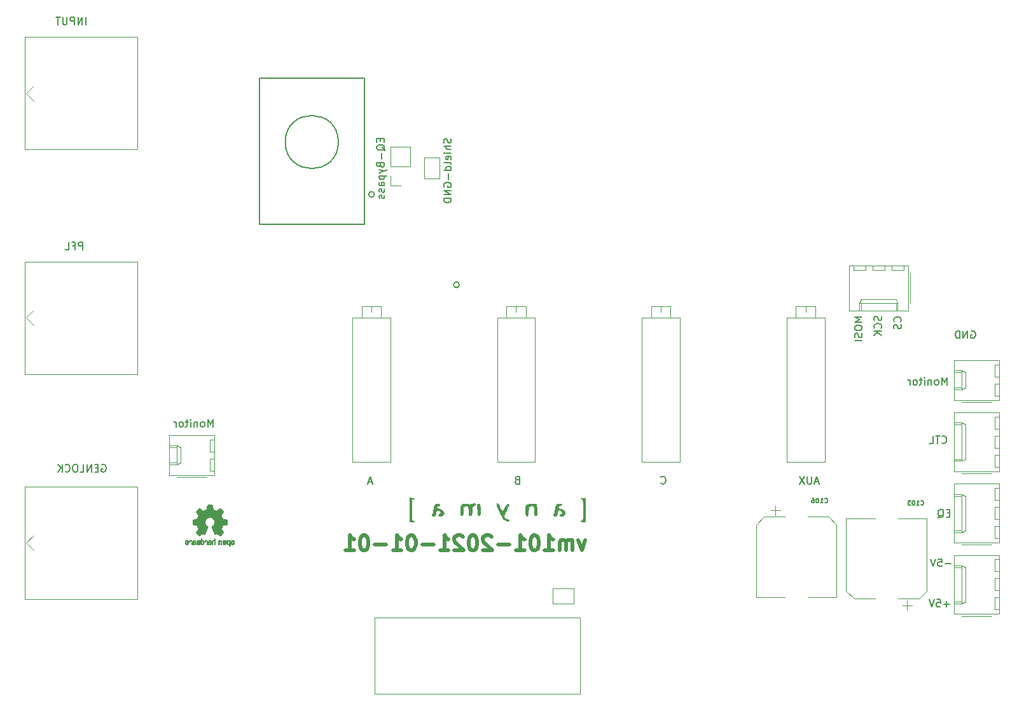
<source format=gbr>
G04 #@! TF.GenerationSoftware,KiCad,Pcbnew,(6.0.11-0)*
G04 #@! TF.CreationDate,2023-08-08T16:04:35+02:00*
G04 #@! TF.ProjectId,vm101-inout,766d3130-312d-4696-9e6f-75742e6b6963,rev?*
G04 #@! TF.SameCoordinates,Original*
G04 #@! TF.FileFunction,Legend,Bot*
G04 #@! TF.FilePolarity,Positive*
%FSLAX46Y46*%
G04 Gerber Fmt 4.6, Leading zero omitted, Abs format (unit mm)*
G04 Created by KiCad (PCBNEW (6.0.11-0)) date 2023-08-08 16:04:35*
%MOMM*%
%LPD*%
G01*
G04 APERTURE LIST*
%ADD10C,0.150000*%
%ADD11C,0.500000*%
%ADD12C,0.120000*%
%ADD13C,0.152400*%
%ADD14C,0.010000*%
G04 APERTURE END LIST*
D10*
X175761904Y-61700000D02*
X175857142Y-61652380D01*
X176000000Y-61652380D01*
X176142857Y-61700000D01*
X176238095Y-61795238D01*
X176285714Y-61890476D01*
X176333333Y-62080952D01*
X176333333Y-62223809D01*
X176285714Y-62414285D01*
X176238095Y-62509523D01*
X176142857Y-62604761D01*
X176000000Y-62652380D01*
X175904761Y-62652380D01*
X175761904Y-62604761D01*
X175714285Y-62557142D01*
X175714285Y-62223809D01*
X175904761Y-62223809D01*
X175285714Y-62652380D02*
X175285714Y-61652380D01*
X174714285Y-62652380D01*
X174714285Y-61652380D01*
X174238095Y-62652380D02*
X174238095Y-61652380D01*
X174000000Y-61652380D01*
X173857142Y-61700000D01*
X173761904Y-61795238D01*
X173714285Y-61890476D01*
X173666666Y-62080952D01*
X173666666Y-62223809D01*
X173714285Y-62414285D01*
X173761904Y-62509523D01*
X173857142Y-62604761D01*
X174000000Y-62652380D01*
X174238095Y-62652380D01*
D11*
X124400000Y-89571428D02*
X123923809Y-90904761D01*
X123447619Y-89571428D01*
X122685714Y-90904761D02*
X122685714Y-89571428D01*
X122685714Y-89761904D02*
X122590476Y-89666666D01*
X122400000Y-89571428D01*
X122114285Y-89571428D01*
X121923809Y-89666666D01*
X121828571Y-89857142D01*
X121828571Y-90904761D01*
X121828571Y-89857142D02*
X121733333Y-89666666D01*
X121542857Y-89571428D01*
X121257142Y-89571428D01*
X121066666Y-89666666D01*
X120971428Y-89857142D01*
X120971428Y-90904761D01*
X118971428Y-90904761D02*
X120114285Y-90904761D01*
X119542857Y-90904761D02*
X119542857Y-88904761D01*
X119733333Y-89190476D01*
X119923809Y-89380952D01*
X120114285Y-89476190D01*
X117733333Y-88904761D02*
X117542857Y-88904761D01*
X117352380Y-89000000D01*
X117257142Y-89095238D01*
X117161904Y-89285714D01*
X117066666Y-89666666D01*
X117066666Y-90142857D01*
X117161904Y-90523809D01*
X117257142Y-90714285D01*
X117352380Y-90809523D01*
X117542857Y-90904761D01*
X117733333Y-90904761D01*
X117923809Y-90809523D01*
X118019047Y-90714285D01*
X118114285Y-90523809D01*
X118209523Y-90142857D01*
X118209523Y-89666666D01*
X118114285Y-89285714D01*
X118019047Y-89095238D01*
X117923809Y-89000000D01*
X117733333Y-88904761D01*
X115161904Y-90904761D02*
X116304761Y-90904761D01*
X115733333Y-90904761D02*
X115733333Y-88904761D01*
X115923809Y-89190476D01*
X116114285Y-89380952D01*
X116304761Y-89476190D01*
X114304761Y-90142857D02*
X112780952Y-90142857D01*
X111923809Y-89095238D02*
X111828571Y-89000000D01*
X111638095Y-88904761D01*
X111161904Y-88904761D01*
X110971428Y-89000000D01*
X110876190Y-89095238D01*
X110780952Y-89285714D01*
X110780952Y-89476190D01*
X110876190Y-89761904D01*
X112019047Y-90904761D01*
X110780952Y-90904761D01*
X109542857Y-88904761D02*
X109352380Y-88904761D01*
X109161904Y-89000000D01*
X109066666Y-89095238D01*
X108971428Y-89285714D01*
X108876190Y-89666666D01*
X108876190Y-90142857D01*
X108971428Y-90523809D01*
X109066666Y-90714285D01*
X109161904Y-90809523D01*
X109352380Y-90904761D01*
X109542857Y-90904761D01*
X109733333Y-90809523D01*
X109828571Y-90714285D01*
X109923809Y-90523809D01*
X110019047Y-90142857D01*
X110019047Y-89666666D01*
X109923809Y-89285714D01*
X109828571Y-89095238D01*
X109733333Y-89000000D01*
X109542857Y-88904761D01*
X108114285Y-89095238D02*
X108019047Y-89000000D01*
X107828571Y-88904761D01*
X107352380Y-88904761D01*
X107161904Y-89000000D01*
X107066666Y-89095238D01*
X106971428Y-89285714D01*
X106971428Y-89476190D01*
X107066666Y-89761904D01*
X108209523Y-90904761D01*
X106971428Y-90904761D01*
X105066666Y-90904761D02*
X106209523Y-90904761D01*
X105638095Y-90904761D02*
X105638095Y-88904761D01*
X105828571Y-89190476D01*
X106019047Y-89380952D01*
X106209523Y-89476190D01*
X104209523Y-90142857D02*
X102685714Y-90142857D01*
X101352380Y-88904761D02*
X101161904Y-88904761D01*
X100971428Y-89000000D01*
X100876190Y-89095238D01*
X100780952Y-89285714D01*
X100685714Y-89666666D01*
X100685714Y-90142857D01*
X100780952Y-90523809D01*
X100876190Y-90714285D01*
X100971428Y-90809523D01*
X101161904Y-90904761D01*
X101352380Y-90904761D01*
X101542857Y-90809523D01*
X101638095Y-90714285D01*
X101733333Y-90523809D01*
X101828571Y-90142857D01*
X101828571Y-89666666D01*
X101733333Y-89285714D01*
X101638095Y-89095238D01*
X101542857Y-89000000D01*
X101352380Y-88904761D01*
X98780952Y-90904761D02*
X99923809Y-90904761D01*
X99352380Y-90904761D02*
X99352380Y-88904761D01*
X99542857Y-89190476D01*
X99733333Y-89380952D01*
X99923809Y-89476190D01*
X97923809Y-90142857D02*
X96400000Y-90142857D01*
X95066666Y-88904761D02*
X94876190Y-88904761D01*
X94685714Y-89000000D01*
X94590476Y-89095238D01*
X94495238Y-89285714D01*
X94400000Y-89666666D01*
X94400000Y-90142857D01*
X94495238Y-90523809D01*
X94590476Y-90714285D01*
X94685714Y-90809523D01*
X94876190Y-90904761D01*
X95066666Y-90904761D01*
X95257142Y-90809523D01*
X95352380Y-90714285D01*
X95447619Y-90523809D01*
X95542857Y-90142857D01*
X95542857Y-89666666D01*
X95447619Y-89285714D01*
X95352380Y-89095238D01*
X95257142Y-89000000D01*
X95066666Y-88904761D01*
X92495238Y-90904761D02*
X93638095Y-90904761D01*
X93066666Y-90904761D02*
X93066666Y-88904761D01*
X93257142Y-89190476D01*
X93447619Y-89380952D01*
X93638095Y-89476190D01*
D10*
X134490476Y-81957142D02*
X134538095Y-82004761D01*
X134680952Y-82052380D01*
X134776190Y-82052380D01*
X134919047Y-82004761D01*
X135014285Y-81909523D01*
X135061904Y-81814285D01*
X135109523Y-81623809D01*
X135109523Y-81480952D01*
X135061904Y-81290476D01*
X135014285Y-81195238D01*
X134919047Y-81100000D01*
X134776190Y-81052380D01*
X134680952Y-81052380D01*
X134538095Y-81100000D01*
X134490476Y-81147619D01*
X161252380Y-59828571D02*
X160252380Y-59828571D01*
X160966666Y-60161904D01*
X160252380Y-60495238D01*
X161252380Y-60495238D01*
X160252380Y-61161904D02*
X160252380Y-61352380D01*
X160300000Y-61447619D01*
X160395238Y-61542857D01*
X160585714Y-61590476D01*
X160919047Y-61590476D01*
X161109523Y-61542857D01*
X161204761Y-61447619D01*
X161252380Y-61352380D01*
X161252380Y-61161904D01*
X161204761Y-61066666D01*
X161109523Y-60971428D01*
X160919047Y-60923809D01*
X160585714Y-60923809D01*
X160395238Y-60971428D01*
X160300000Y-61066666D01*
X160252380Y-61161904D01*
X161204761Y-61971428D02*
X161252380Y-62114285D01*
X161252380Y-62352380D01*
X161204761Y-62447619D01*
X161157142Y-62495238D01*
X161061904Y-62542857D01*
X160966666Y-62542857D01*
X160871428Y-62495238D01*
X160823809Y-62447619D01*
X160776190Y-62352380D01*
X160728571Y-62161904D01*
X160680952Y-62066666D01*
X160633333Y-62019047D01*
X160538095Y-61971428D01*
X160442857Y-61971428D01*
X160347619Y-62019047D01*
X160300000Y-62066666D01*
X160252380Y-62161904D01*
X160252380Y-62400000D01*
X160300000Y-62542857D01*
X161252380Y-62971428D02*
X160252380Y-62971428D01*
X172523809Y-68852380D02*
X172523809Y-67852380D01*
X172190476Y-68566666D01*
X171857142Y-67852380D01*
X171857142Y-68852380D01*
X171238095Y-68852380D02*
X171333333Y-68804761D01*
X171380952Y-68757142D01*
X171428571Y-68661904D01*
X171428571Y-68376190D01*
X171380952Y-68280952D01*
X171333333Y-68233333D01*
X171238095Y-68185714D01*
X171095238Y-68185714D01*
X171000000Y-68233333D01*
X170952380Y-68280952D01*
X170904761Y-68376190D01*
X170904761Y-68661904D01*
X170952380Y-68757142D01*
X171000000Y-68804761D01*
X171095238Y-68852380D01*
X171238095Y-68852380D01*
X170476190Y-68185714D02*
X170476190Y-68852380D01*
X170476190Y-68280952D02*
X170428571Y-68233333D01*
X170333333Y-68185714D01*
X170190476Y-68185714D01*
X170095238Y-68233333D01*
X170047619Y-68328571D01*
X170047619Y-68852380D01*
X169571428Y-68852380D02*
X169571428Y-68185714D01*
X169571428Y-67852380D02*
X169619047Y-67900000D01*
X169571428Y-67947619D01*
X169523809Y-67900000D01*
X169571428Y-67852380D01*
X169571428Y-67947619D01*
X169238095Y-68185714D02*
X168857142Y-68185714D01*
X169095238Y-67852380D02*
X169095238Y-68709523D01*
X169047619Y-68804761D01*
X168952380Y-68852380D01*
X168857142Y-68852380D01*
X168380952Y-68852380D02*
X168476190Y-68804761D01*
X168523809Y-68757142D01*
X168571428Y-68661904D01*
X168571428Y-68376190D01*
X168523809Y-68280952D01*
X168476190Y-68233333D01*
X168380952Y-68185714D01*
X168238095Y-68185714D01*
X168142857Y-68233333D01*
X168095238Y-68280952D01*
X168047619Y-68376190D01*
X168047619Y-68661904D01*
X168095238Y-68757142D01*
X168142857Y-68804761D01*
X168238095Y-68852380D01*
X168380952Y-68852380D01*
X167619047Y-68852380D02*
X167619047Y-68185714D01*
X167619047Y-68376190D02*
X167571428Y-68280952D01*
X167523809Y-68233333D01*
X167428571Y-68185714D01*
X167333333Y-68185714D01*
X172938095Y-85928571D02*
X172604761Y-85928571D01*
X172461904Y-86452380D02*
X172938095Y-86452380D01*
X172938095Y-85452380D01*
X172461904Y-85452380D01*
X171366666Y-86547619D02*
X171461904Y-86500000D01*
X171557142Y-86404761D01*
X171700000Y-86261904D01*
X171795238Y-86214285D01*
X171890476Y-86214285D01*
X171842857Y-86452380D02*
X171938095Y-86404761D01*
X172033333Y-86309523D01*
X172080952Y-86119047D01*
X172080952Y-85785714D01*
X172033333Y-85595238D01*
X171938095Y-85500000D01*
X171842857Y-85452380D01*
X171652380Y-85452380D01*
X171557142Y-85500000D01*
X171461904Y-85595238D01*
X171414285Y-85785714D01*
X171414285Y-86119047D01*
X171461904Y-86309523D01*
X171557142Y-86404761D01*
X171652380Y-86452380D01*
X171842857Y-86452380D01*
X155438095Y-81766666D02*
X154961904Y-81766666D01*
X155533333Y-82052380D02*
X155200000Y-81052380D01*
X154866666Y-82052380D01*
X154533333Y-81052380D02*
X154533333Y-81861904D01*
X154485714Y-81957142D01*
X154438095Y-82004761D01*
X154342857Y-82052380D01*
X154152380Y-82052380D01*
X154057142Y-82004761D01*
X154009523Y-81957142D01*
X153961904Y-81861904D01*
X153961904Y-81052380D01*
X153580952Y-81052380D02*
X152914285Y-82052380D01*
X152914285Y-81052380D02*
X153580952Y-82052380D01*
X57928571Y-20852380D02*
X57928571Y-19852380D01*
X57452380Y-20852380D02*
X57452380Y-19852380D01*
X56880952Y-20852380D01*
X56880952Y-19852380D01*
X56404761Y-20852380D02*
X56404761Y-19852380D01*
X56023809Y-19852380D01*
X55928571Y-19900000D01*
X55880952Y-19947619D01*
X55833333Y-20042857D01*
X55833333Y-20185714D01*
X55880952Y-20280952D01*
X55928571Y-20328571D01*
X56023809Y-20376190D01*
X56404761Y-20376190D01*
X55404761Y-19852380D02*
X55404761Y-20661904D01*
X55357142Y-20757142D01*
X55309523Y-20804761D01*
X55214285Y-20852380D01*
X55023809Y-20852380D01*
X54928571Y-20804761D01*
X54880952Y-20757142D01*
X54833333Y-20661904D01*
X54833333Y-19852380D01*
X54500000Y-19852380D02*
X53928571Y-19852380D01*
X54214285Y-20852380D02*
X54214285Y-19852380D01*
X173085714Y-92671428D02*
X172323809Y-92671428D01*
X171371428Y-92052380D02*
X171847619Y-92052380D01*
X171895238Y-92528571D01*
X171847619Y-92480952D01*
X171752380Y-92433333D01*
X171514285Y-92433333D01*
X171419047Y-92480952D01*
X171371428Y-92528571D01*
X171323809Y-92623809D01*
X171323809Y-92861904D01*
X171371428Y-92957142D01*
X171419047Y-93004761D01*
X171514285Y-93052380D01*
X171752380Y-93052380D01*
X171847619Y-93004761D01*
X171895238Y-92957142D01*
X171038095Y-92052380D02*
X170704761Y-93052380D01*
X170371428Y-92052380D01*
X97128571Y-36047619D02*
X97128571Y-36380952D01*
X97652380Y-36523809D02*
X97652380Y-36047619D01*
X96652380Y-36047619D01*
X96652380Y-36523809D01*
X97747619Y-37619047D02*
X97700000Y-37523809D01*
X97604761Y-37428571D01*
X97461904Y-37285714D01*
X97414285Y-37190476D01*
X97414285Y-37095238D01*
X97652380Y-37142857D02*
X97604761Y-37047619D01*
X97509523Y-36952380D01*
X97319047Y-36904761D01*
X96985714Y-36904761D01*
X96795238Y-36952380D01*
X96700000Y-37047619D01*
X96652380Y-37142857D01*
X96652380Y-37333333D01*
X96700000Y-37428571D01*
X96795238Y-37523809D01*
X96985714Y-37571428D01*
X97319047Y-37571428D01*
X97509523Y-37523809D01*
X97604761Y-37428571D01*
X97652380Y-37333333D01*
X97652380Y-37142857D01*
X97271428Y-38000000D02*
X97271428Y-38761904D01*
X97128571Y-39571428D02*
X97176190Y-39714285D01*
X97223809Y-39761904D01*
X97319047Y-39809523D01*
X97461904Y-39809523D01*
X97557142Y-39761904D01*
X97604761Y-39714285D01*
X97652380Y-39619047D01*
X97652380Y-39238095D01*
X96652380Y-39238095D01*
X96652380Y-39571428D01*
X96700000Y-39666666D01*
X96747619Y-39714285D01*
X96842857Y-39761904D01*
X96938095Y-39761904D01*
X97033333Y-39714285D01*
X97080952Y-39666666D01*
X97128571Y-39571428D01*
X97128571Y-39238095D01*
X96985714Y-40142857D02*
X97652380Y-40380952D01*
X96985714Y-40619047D02*
X97652380Y-40380952D01*
X97890476Y-40285714D01*
X97938095Y-40238095D01*
X97985714Y-40142857D01*
X96985714Y-41000000D02*
X97985714Y-41000000D01*
X97033333Y-41000000D02*
X96985714Y-41095238D01*
X96985714Y-41285714D01*
X97033333Y-41380952D01*
X97080952Y-41428571D01*
X97176190Y-41476190D01*
X97461904Y-41476190D01*
X97557142Y-41428571D01*
X97604761Y-41380952D01*
X97652380Y-41285714D01*
X97652380Y-41095238D01*
X97604761Y-41000000D01*
X97652380Y-42333333D02*
X97128571Y-42333333D01*
X97033333Y-42285714D01*
X96985714Y-42190476D01*
X96985714Y-42000000D01*
X97033333Y-41904761D01*
X97604761Y-42333333D02*
X97652380Y-42238095D01*
X97652380Y-42000000D01*
X97604761Y-41904761D01*
X97509523Y-41857142D01*
X97414285Y-41857142D01*
X97319047Y-41904761D01*
X97271428Y-42000000D01*
X97271428Y-42238095D01*
X97223809Y-42333333D01*
X97604761Y-42761904D02*
X97652380Y-42857142D01*
X97652380Y-43047619D01*
X97604761Y-43142857D01*
X97509523Y-43190476D01*
X97461904Y-43190476D01*
X97366666Y-43142857D01*
X97319047Y-43047619D01*
X97319047Y-42904761D01*
X97271428Y-42809523D01*
X97176190Y-42761904D01*
X97128571Y-42761904D01*
X97033333Y-42809523D01*
X96985714Y-42904761D01*
X96985714Y-43047619D01*
X97033333Y-43142857D01*
X97604761Y-43571428D02*
X97652380Y-43666666D01*
X97652380Y-43857142D01*
X97604761Y-43952380D01*
X97509523Y-44000000D01*
X97461904Y-44000000D01*
X97366666Y-43952380D01*
X97319047Y-43857142D01*
X97319047Y-43714285D01*
X97271428Y-43619047D01*
X97176190Y-43571428D01*
X97128571Y-43571428D01*
X97033333Y-43619047D01*
X96985714Y-43714285D01*
X96985714Y-43857142D01*
X97033333Y-43952380D01*
X74823809Y-74452380D02*
X74823809Y-73452380D01*
X74490476Y-74166666D01*
X74157142Y-73452380D01*
X74157142Y-74452380D01*
X73538095Y-74452380D02*
X73633333Y-74404761D01*
X73680952Y-74357142D01*
X73728571Y-74261904D01*
X73728571Y-73976190D01*
X73680952Y-73880952D01*
X73633333Y-73833333D01*
X73538095Y-73785714D01*
X73395238Y-73785714D01*
X73300000Y-73833333D01*
X73252380Y-73880952D01*
X73204761Y-73976190D01*
X73204761Y-74261904D01*
X73252380Y-74357142D01*
X73300000Y-74404761D01*
X73395238Y-74452380D01*
X73538095Y-74452380D01*
X72776190Y-73785714D02*
X72776190Y-74452380D01*
X72776190Y-73880952D02*
X72728571Y-73833333D01*
X72633333Y-73785714D01*
X72490476Y-73785714D01*
X72395238Y-73833333D01*
X72347619Y-73928571D01*
X72347619Y-74452380D01*
X71871428Y-74452380D02*
X71871428Y-73785714D01*
X71871428Y-73452380D02*
X71919047Y-73500000D01*
X71871428Y-73547619D01*
X71823809Y-73500000D01*
X71871428Y-73452380D01*
X71871428Y-73547619D01*
X71538095Y-73785714D02*
X71157142Y-73785714D01*
X71395238Y-73452380D02*
X71395238Y-74309523D01*
X71347619Y-74404761D01*
X71252380Y-74452380D01*
X71157142Y-74452380D01*
X70680952Y-74452380D02*
X70776190Y-74404761D01*
X70823809Y-74357142D01*
X70871428Y-74261904D01*
X70871428Y-73976190D01*
X70823809Y-73880952D01*
X70776190Y-73833333D01*
X70680952Y-73785714D01*
X70538095Y-73785714D01*
X70442857Y-73833333D01*
X70395238Y-73880952D01*
X70347619Y-73976190D01*
X70347619Y-74261904D01*
X70395238Y-74357142D01*
X70442857Y-74404761D01*
X70538095Y-74452380D01*
X70680952Y-74452380D01*
X69919047Y-74452380D02*
X69919047Y-73785714D01*
X69919047Y-73976190D02*
X69871428Y-73880952D01*
X69823809Y-73833333D01*
X69728571Y-73785714D01*
X69633333Y-73785714D01*
X57495238Y-50852380D02*
X57495238Y-49852380D01*
X57114285Y-49852380D01*
X57019047Y-49900000D01*
X56971428Y-49947619D01*
X56923809Y-50042857D01*
X56923809Y-50185714D01*
X56971428Y-50280952D01*
X57019047Y-50328571D01*
X57114285Y-50376190D01*
X57495238Y-50376190D01*
X56161904Y-50328571D02*
X56495238Y-50328571D01*
X56495238Y-50852380D02*
X56495238Y-49852380D01*
X56019047Y-49852380D01*
X55161904Y-50852380D02*
X55638095Y-50852380D01*
X55638095Y-49852380D01*
X96038095Y-81766666D02*
X95561904Y-81766666D01*
X96133333Y-82052380D02*
X95800000Y-81052380D01*
X95466666Y-82052380D01*
X171876190Y-76557142D02*
X171923809Y-76604761D01*
X172066666Y-76652380D01*
X172161904Y-76652380D01*
X172304761Y-76604761D01*
X172400000Y-76509523D01*
X172447619Y-76414285D01*
X172495238Y-76223809D01*
X172495238Y-76080952D01*
X172447619Y-75890476D01*
X172400000Y-75795238D01*
X172304761Y-75700000D01*
X172161904Y-75652380D01*
X172066666Y-75652380D01*
X171923809Y-75700000D01*
X171876190Y-75747619D01*
X171590476Y-75652380D02*
X171019047Y-75652380D01*
X171304761Y-76652380D02*
X171304761Y-75652380D01*
X170209523Y-76652380D02*
X170685714Y-76652380D01*
X170685714Y-75652380D01*
X106504761Y-36038095D02*
X106552380Y-36180952D01*
X106552380Y-36419047D01*
X106504761Y-36514285D01*
X106457142Y-36561904D01*
X106361904Y-36609523D01*
X106266666Y-36609523D01*
X106171428Y-36561904D01*
X106123809Y-36514285D01*
X106076190Y-36419047D01*
X106028571Y-36228571D01*
X105980952Y-36133333D01*
X105933333Y-36085714D01*
X105838095Y-36038095D01*
X105742857Y-36038095D01*
X105647619Y-36085714D01*
X105600000Y-36133333D01*
X105552380Y-36228571D01*
X105552380Y-36466666D01*
X105600000Y-36609523D01*
X106552380Y-37038095D02*
X105552380Y-37038095D01*
X106552380Y-37466666D02*
X106028571Y-37466666D01*
X105933333Y-37419047D01*
X105885714Y-37323809D01*
X105885714Y-37180952D01*
X105933333Y-37085714D01*
X105980952Y-37038095D01*
X106552380Y-37942857D02*
X105885714Y-37942857D01*
X105552380Y-37942857D02*
X105600000Y-37895238D01*
X105647619Y-37942857D01*
X105600000Y-37990476D01*
X105552380Y-37942857D01*
X105647619Y-37942857D01*
X106504761Y-38800000D02*
X106552380Y-38704761D01*
X106552380Y-38514285D01*
X106504761Y-38419047D01*
X106409523Y-38371428D01*
X106028571Y-38371428D01*
X105933333Y-38419047D01*
X105885714Y-38514285D01*
X105885714Y-38704761D01*
X105933333Y-38800000D01*
X106028571Y-38847619D01*
X106123809Y-38847619D01*
X106219047Y-38371428D01*
X106552380Y-39419047D02*
X106504761Y-39323809D01*
X106409523Y-39276190D01*
X105552380Y-39276190D01*
X106552380Y-40228571D02*
X105552380Y-40228571D01*
X106504761Y-40228571D02*
X106552380Y-40133333D01*
X106552380Y-39942857D01*
X106504761Y-39847619D01*
X106457142Y-39800000D01*
X106361904Y-39752380D01*
X106076190Y-39752380D01*
X105980952Y-39800000D01*
X105933333Y-39847619D01*
X105885714Y-39942857D01*
X105885714Y-40133333D01*
X105933333Y-40228571D01*
X106171428Y-40704761D02*
X106171428Y-41466666D01*
X105600000Y-42466666D02*
X105552380Y-42371428D01*
X105552380Y-42228571D01*
X105600000Y-42085714D01*
X105695238Y-41990476D01*
X105790476Y-41942857D01*
X105980952Y-41895238D01*
X106123809Y-41895238D01*
X106314285Y-41942857D01*
X106409523Y-41990476D01*
X106504761Y-42085714D01*
X106552380Y-42228571D01*
X106552380Y-42323809D01*
X106504761Y-42466666D01*
X106457142Y-42514285D01*
X106123809Y-42514285D01*
X106123809Y-42323809D01*
X106552380Y-42942857D02*
X105552380Y-42942857D01*
X106552380Y-43514285D01*
X105552380Y-43514285D01*
X106552380Y-43990476D02*
X105552380Y-43990476D01*
X105552380Y-44228571D01*
X105600000Y-44371428D01*
X105695238Y-44466666D01*
X105790476Y-44514285D01*
X105980952Y-44561904D01*
X106123809Y-44561904D01*
X106314285Y-44514285D01*
X106409523Y-44466666D01*
X106504761Y-44371428D01*
X106552380Y-44228571D01*
X106552380Y-43990476D01*
X172885714Y-98071428D02*
X172123809Y-98071428D01*
X172504761Y-98452380D02*
X172504761Y-97690476D01*
X171171428Y-97452380D02*
X171647619Y-97452380D01*
X171695238Y-97928571D01*
X171647619Y-97880952D01*
X171552380Y-97833333D01*
X171314285Y-97833333D01*
X171219047Y-97880952D01*
X171171428Y-97928571D01*
X171123809Y-98023809D01*
X171123809Y-98261904D01*
X171171428Y-98357142D01*
X171219047Y-98404761D01*
X171314285Y-98452380D01*
X171552380Y-98452380D01*
X171647619Y-98404761D01*
X171695238Y-98357142D01*
X170838095Y-97452380D02*
X170504761Y-98452380D01*
X170171428Y-97452380D01*
X163804761Y-59714285D02*
X163852380Y-59857142D01*
X163852380Y-60095238D01*
X163804761Y-60190476D01*
X163757142Y-60238095D01*
X163661904Y-60285714D01*
X163566666Y-60285714D01*
X163471428Y-60238095D01*
X163423809Y-60190476D01*
X163376190Y-60095238D01*
X163328571Y-59904761D01*
X163280952Y-59809523D01*
X163233333Y-59761904D01*
X163138095Y-59714285D01*
X163042857Y-59714285D01*
X162947619Y-59761904D01*
X162900000Y-59809523D01*
X162852380Y-59904761D01*
X162852380Y-60142857D01*
X162900000Y-60285714D01*
X163757142Y-61285714D02*
X163804761Y-61238095D01*
X163852380Y-61095238D01*
X163852380Y-61000000D01*
X163804761Y-60857142D01*
X163709523Y-60761904D01*
X163614285Y-60714285D01*
X163423809Y-60666666D01*
X163280952Y-60666666D01*
X163090476Y-60714285D01*
X162995238Y-60761904D01*
X162900000Y-60857142D01*
X162852380Y-61000000D01*
X162852380Y-61095238D01*
X162900000Y-61238095D01*
X162947619Y-61285714D01*
X163852380Y-61714285D02*
X162852380Y-61714285D01*
X163852380Y-62285714D02*
X163280952Y-61857142D01*
X162852380Y-62285714D02*
X163423809Y-61714285D01*
X60042857Y-79500000D02*
X60138095Y-79452380D01*
X60280952Y-79452380D01*
X60423809Y-79500000D01*
X60519047Y-79595238D01*
X60566666Y-79690476D01*
X60614285Y-79880952D01*
X60614285Y-80023809D01*
X60566666Y-80214285D01*
X60519047Y-80309523D01*
X60423809Y-80404761D01*
X60280952Y-80452380D01*
X60185714Y-80452380D01*
X60042857Y-80404761D01*
X59995238Y-80357142D01*
X59995238Y-80023809D01*
X60185714Y-80023809D01*
X59566666Y-79928571D02*
X59233333Y-79928571D01*
X59090476Y-80452380D02*
X59566666Y-80452380D01*
X59566666Y-79452380D01*
X59090476Y-79452380D01*
X58661904Y-80452380D02*
X58661904Y-79452380D01*
X58090476Y-80452380D01*
X58090476Y-79452380D01*
X57138095Y-80452380D02*
X57614285Y-80452380D01*
X57614285Y-79452380D01*
X56614285Y-79452380D02*
X56423809Y-79452380D01*
X56328571Y-79500000D01*
X56233333Y-79595238D01*
X56185714Y-79785714D01*
X56185714Y-80119047D01*
X56233333Y-80309523D01*
X56328571Y-80404761D01*
X56423809Y-80452380D01*
X56614285Y-80452380D01*
X56709523Y-80404761D01*
X56804761Y-80309523D01*
X56852380Y-80119047D01*
X56852380Y-79785714D01*
X56804761Y-79595238D01*
X56709523Y-79500000D01*
X56614285Y-79452380D01*
X55185714Y-80357142D02*
X55233333Y-80404761D01*
X55376190Y-80452380D01*
X55471428Y-80452380D01*
X55614285Y-80404761D01*
X55709523Y-80309523D01*
X55757142Y-80214285D01*
X55804761Y-80023809D01*
X55804761Y-79880952D01*
X55757142Y-79690476D01*
X55709523Y-79595238D01*
X55614285Y-79500000D01*
X55471428Y-79452380D01*
X55376190Y-79452380D01*
X55233333Y-79500000D01*
X55185714Y-79547619D01*
X54757142Y-80452380D02*
X54757142Y-79452380D01*
X54185714Y-80452380D02*
X54614285Y-79880952D01*
X54185714Y-79452380D02*
X54757142Y-80023809D01*
X115328571Y-81528571D02*
X115185714Y-81576190D01*
X115138095Y-81623809D01*
X115090476Y-81719047D01*
X115090476Y-81861904D01*
X115138095Y-81957142D01*
X115185714Y-82004761D01*
X115280952Y-82052380D01*
X115661904Y-82052380D01*
X115661904Y-81052380D01*
X115328571Y-81052380D01*
X115233333Y-81100000D01*
X115185714Y-81147619D01*
X115138095Y-81242857D01*
X115138095Y-81338095D01*
X115185714Y-81433333D01*
X115233333Y-81480952D01*
X115328571Y-81528571D01*
X115661904Y-81528571D01*
X166357142Y-60433333D02*
X166404761Y-60385714D01*
X166452380Y-60242857D01*
X166452380Y-60147619D01*
X166404761Y-60004761D01*
X166309523Y-59909523D01*
X166214285Y-59861904D01*
X166023809Y-59814285D01*
X165880952Y-59814285D01*
X165690476Y-59861904D01*
X165595238Y-59909523D01*
X165500000Y-60004761D01*
X165452380Y-60147619D01*
X165452380Y-60242857D01*
X165500000Y-60385714D01*
X165547619Y-60433333D01*
X166404761Y-60814285D02*
X166452380Y-60957142D01*
X166452380Y-61195238D01*
X166404761Y-61290476D01*
X166357142Y-61338095D01*
X166261904Y-61385714D01*
X166166666Y-61385714D01*
X166071428Y-61338095D01*
X166023809Y-61290476D01*
X165976190Y-61195238D01*
X165928571Y-61004761D01*
X165880952Y-60909523D01*
X165833333Y-60861904D01*
X165738095Y-60814285D01*
X165642857Y-60814285D01*
X165547619Y-60861904D01*
X165500000Y-60909523D01*
X165452380Y-61004761D01*
X165452380Y-61242857D01*
X165500000Y-61385714D01*
X169071428Y-84814285D02*
X169100000Y-84842857D01*
X169185714Y-84871428D01*
X169242857Y-84871428D01*
X169328571Y-84842857D01*
X169385714Y-84785714D01*
X169414285Y-84728571D01*
X169442857Y-84614285D01*
X169442857Y-84528571D01*
X169414285Y-84414285D01*
X169385714Y-84357142D01*
X169328571Y-84300000D01*
X169242857Y-84271428D01*
X169185714Y-84271428D01*
X169100000Y-84300000D01*
X169071428Y-84328571D01*
X168500000Y-84871428D02*
X168842857Y-84871428D01*
X168671428Y-84871428D02*
X168671428Y-84271428D01*
X168728571Y-84357142D01*
X168785714Y-84414285D01*
X168842857Y-84442857D01*
X168128571Y-84271428D02*
X168071428Y-84271428D01*
X168014285Y-84300000D01*
X167985714Y-84328571D01*
X167957142Y-84385714D01*
X167928571Y-84500000D01*
X167928571Y-84642857D01*
X167957142Y-84757142D01*
X167985714Y-84814285D01*
X168014285Y-84842857D01*
X168071428Y-84871428D01*
X168128571Y-84871428D01*
X168185714Y-84842857D01*
X168214285Y-84814285D01*
X168242857Y-84757142D01*
X168271428Y-84642857D01*
X168271428Y-84500000D01*
X168242857Y-84385714D01*
X168214285Y-84328571D01*
X168185714Y-84300000D01*
X168128571Y-84271428D01*
X167728571Y-84271428D02*
X167357142Y-84271428D01*
X167557142Y-84500000D01*
X167471428Y-84500000D01*
X167414285Y-84528571D01*
X167385714Y-84557142D01*
X167357142Y-84614285D01*
X167357142Y-84757142D01*
X167385714Y-84814285D01*
X167414285Y-84842857D01*
X167471428Y-84871428D01*
X167642857Y-84871428D01*
X167700000Y-84842857D01*
X167728571Y-84814285D01*
X156271428Y-84514285D02*
X156300000Y-84542857D01*
X156385714Y-84571428D01*
X156442857Y-84571428D01*
X156528571Y-84542857D01*
X156585714Y-84485714D01*
X156614285Y-84428571D01*
X156642857Y-84314285D01*
X156642857Y-84228571D01*
X156614285Y-84114285D01*
X156585714Y-84057142D01*
X156528571Y-84000000D01*
X156442857Y-83971428D01*
X156385714Y-83971428D01*
X156300000Y-84000000D01*
X156271428Y-84028571D01*
X155700000Y-84571428D02*
X156042857Y-84571428D01*
X155871428Y-84571428D02*
X155871428Y-83971428D01*
X155928571Y-84057142D01*
X155985714Y-84114285D01*
X156042857Y-84142857D01*
X155328571Y-83971428D02*
X155271428Y-83971428D01*
X155214285Y-84000000D01*
X155185714Y-84028571D01*
X155157142Y-84085714D01*
X155128571Y-84200000D01*
X155128571Y-84342857D01*
X155157142Y-84457142D01*
X155185714Y-84514285D01*
X155214285Y-84542857D01*
X155271428Y-84571428D01*
X155328571Y-84571428D01*
X155385714Y-84542857D01*
X155414285Y-84514285D01*
X155442857Y-84457142D01*
X155471428Y-84342857D01*
X155471428Y-84200000D01*
X155442857Y-84085714D01*
X155414285Y-84028571D01*
X155385714Y-84000000D01*
X155328571Y-83971428D01*
X154614285Y-83971428D02*
X154728571Y-83971428D01*
X154785714Y-84000000D01*
X154814285Y-84028571D01*
X154871428Y-84114285D01*
X154900000Y-84228571D01*
X154900000Y-84457142D01*
X154871428Y-84514285D01*
X154842857Y-84542857D01*
X154785714Y-84571428D01*
X154671428Y-84571428D01*
X154614285Y-84542857D01*
X154585714Y-84514285D01*
X154557142Y-84457142D01*
X154557142Y-84314285D01*
X154585714Y-84257142D01*
X154614285Y-84228571D01*
X154671428Y-84200000D01*
X154785714Y-84200000D01*
X154842857Y-84228571D01*
X154871428Y-84257142D01*
X154900000Y-84314285D01*
D12*
X96320000Y-99890000D02*
X123680000Y-99890000D01*
X96320000Y-110000000D02*
X123680000Y-110000000D01*
X123680000Y-110000000D02*
X123680000Y-99890000D01*
X96320000Y-110000000D02*
X96320000Y-99890000D01*
D13*
X96329899Y-43474999D02*
G75*
G03*
X96329899Y-43474999I-381000J0D01*
G01*
X107637099Y-55525001D02*
G75*
G03*
X107637099Y-55525001I-381000J0D01*
G01*
D12*
X113897666Y-59879000D02*
X116496666Y-59879000D01*
X115196666Y-58360000D02*
X115196666Y-59119000D01*
X112661666Y-59880000D02*
X117731666Y-59880000D01*
X117731666Y-59880000D02*
X117731666Y-79170000D01*
X116496666Y-58360000D02*
X116496666Y-59879000D01*
X112661666Y-79170000D02*
X117731666Y-79170000D01*
X113897666Y-58360000D02*
X116496666Y-58360000D01*
X113897666Y-58360000D02*
X113897666Y-59879000D01*
X112661666Y-59880000D02*
X112661666Y-79170000D01*
X103000000Y-41400000D02*
X105000000Y-41400000D01*
X105000000Y-41400000D02*
X105000000Y-38600000D01*
X103000000Y-38600000D02*
X103000000Y-41400000D01*
X105000000Y-38600000D02*
X103000000Y-38600000D01*
X167260000Y-98850000D02*
X167260000Y-97600000D01*
X168795563Y-97360000D02*
X166010000Y-97360000D01*
X168795563Y-97360000D02*
X169860000Y-96295563D01*
X160204437Y-97360000D02*
X159140000Y-96295563D01*
X169860000Y-86640000D02*
X166010000Y-86640000D01*
X159140000Y-86640000D02*
X162990000Y-86640000D01*
X159140000Y-96295563D02*
X159140000Y-86640000D01*
X169860000Y-96295563D02*
X169860000Y-86640000D01*
X167885000Y-98225000D02*
X166635000Y-98225000D01*
X160204437Y-97360000D02*
X162990000Y-97360000D01*
X147140000Y-87504437D02*
X147140000Y-97160000D01*
X147140000Y-97160000D02*
X150990000Y-97160000D01*
X157860000Y-97160000D02*
X154010000Y-97160000D01*
X149115000Y-85575000D02*
X150365000Y-85575000D01*
X148204437Y-86440000D02*
X147140000Y-87504437D01*
X149740000Y-84950000D02*
X149740000Y-86200000D01*
X156795563Y-86440000D02*
X154010000Y-86440000D01*
X148204437Y-86440000D02*
X150990000Y-86440000D01*
X156795563Y-86440000D02*
X157860000Y-87504437D01*
X157860000Y-87504437D02*
X157860000Y-97160000D01*
X50000000Y-30000000D02*
X51000000Y-31000000D01*
X49800000Y-37500000D02*
X64800000Y-37500000D01*
X49800000Y-22500000D02*
X49800000Y-37500000D01*
X64800000Y-22500000D02*
X49800000Y-22500000D01*
X50000000Y-30000000D02*
X51000000Y-29000000D01*
X64800000Y-37500000D02*
X64800000Y-22500000D01*
X70540000Y-79250000D02*
X70540000Y-77210000D01*
X74430000Y-76160000D02*
X75030000Y-76160000D01*
X75030000Y-80880000D02*
X69010000Y-80880000D01*
X75030000Y-80300000D02*
X74430000Y-80300000D01*
X69010000Y-79250000D02*
X70010000Y-79250000D01*
X70010000Y-79500000D02*
X70540000Y-79250000D01*
X70010000Y-76960000D02*
X69010000Y-76960000D01*
X70540000Y-77210000D02*
X70010000Y-76960000D01*
X69010000Y-77210000D02*
X70010000Y-77210000D01*
X70010000Y-79500000D02*
X70010000Y-76960000D01*
X74430000Y-78700000D02*
X75030000Y-78700000D01*
X69010000Y-79500000D02*
X70010000Y-79500000D01*
X74430000Y-80300000D02*
X74430000Y-78700000D01*
X74000000Y-81170000D02*
X70000000Y-81170000D01*
X74430000Y-77760000D02*
X74430000Y-76160000D01*
X69010000Y-80880000D02*
X69010000Y-75580000D01*
X75030000Y-77760000D02*
X74430000Y-77760000D01*
X69010000Y-75580000D02*
X75030000Y-75580000D01*
X75030000Y-75580000D02*
X75030000Y-80880000D01*
X64800000Y-67420000D02*
X64800000Y-52420000D01*
X49800000Y-67420000D02*
X64800000Y-67420000D01*
X50000000Y-59920000D02*
X51000000Y-58920000D01*
X64800000Y-52420000D02*
X49800000Y-52420000D01*
X49800000Y-52420000D02*
X49800000Y-67420000D01*
X50000000Y-59920000D02*
X51000000Y-60920000D01*
X173510000Y-70880000D02*
X173510000Y-65580000D01*
X175040000Y-69250000D02*
X175040000Y-67210000D01*
X174510000Y-69500000D02*
X174510000Y-66960000D01*
X173510000Y-69250000D02*
X174510000Y-69250000D01*
X179530000Y-65580000D02*
X179530000Y-70880000D01*
X179530000Y-70300000D02*
X178930000Y-70300000D01*
X174510000Y-69500000D02*
X175040000Y-69250000D01*
X173510000Y-65580000D02*
X179530000Y-65580000D01*
X174510000Y-66960000D02*
X173510000Y-66960000D01*
X178930000Y-67760000D02*
X178930000Y-66160000D01*
X178930000Y-66160000D02*
X179530000Y-66160000D01*
X178930000Y-68700000D02*
X179530000Y-68700000D01*
X179530000Y-67760000D02*
X178930000Y-67760000D01*
X173510000Y-69500000D02*
X174510000Y-69500000D01*
X179530000Y-70880000D02*
X173510000Y-70880000D01*
X175040000Y-67210000D02*
X174510000Y-66960000D01*
X173510000Y-67210000D02*
X174510000Y-67210000D01*
X178500000Y-71170000D02*
X174500000Y-71170000D01*
X178930000Y-70300000D02*
X178930000Y-68700000D01*
X174510000Y-88500000D02*
X175040000Y-88250000D01*
X178500000Y-90170000D02*
X174500000Y-90170000D01*
X174510000Y-83420000D02*
X173510000Y-83420000D01*
X173510000Y-89880000D02*
X173510000Y-82040000D01*
X178930000Y-82620000D02*
X179530000Y-82620000D01*
X178930000Y-87700000D02*
X179530000Y-87700000D01*
X173510000Y-88250000D02*
X174510000Y-88250000D01*
X174510000Y-88500000D02*
X174510000Y-83420000D01*
X175040000Y-83670000D02*
X174510000Y-83420000D01*
X178930000Y-85160000D02*
X179530000Y-85160000D01*
X173510000Y-82040000D02*
X179530000Y-82040000D01*
X178930000Y-89300000D02*
X178930000Y-87700000D01*
X175040000Y-88250000D02*
X175040000Y-83670000D01*
X179530000Y-84220000D02*
X178930000Y-84220000D01*
X178930000Y-86760000D02*
X178930000Y-85160000D01*
X173510000Y-88500000D02*
X174510000Y-88500000D01*
X179530000Y-89880000D02*
X173510000Y-89880000D01*
X178930000Y-84220000D02*
X178930000Y-82620000D01*
X179530000Y-82040000D02*
X179530000Y-89880000D01*
X179530000Y-89300000D02*
X178930000Y-89300000D01*
X179530000Y-86760000D02*
X178930000Y-86760000D01*
X173510000Y-83670000D02*
X174510000Y-83670000D01*
X178500000Y-99670000D02*
X174500000Y-99670000D01*
X178930000Y-98800000D02*
X178930000Y-97200000D01*
X173510000Y-98000000D02*
X174510000Y-98000000D01*
X178930000Y-97200000D02*
X179530000Y-97200000D01*
X174510000Y-98000000D02*
X174510000Y-92920000D01*
X179530000Y-93720000D02*
X178930000Y-93720000D01*
X179530000Y-99380000D02*
X173510000Y-99380000D01*
X173510000Y-99380000D02*
X173510000Y-91540000D01*
X178930000Y-92120000D02*
X179530000Y-92120000D01*
X179530000Y-98800000D02*
X178930000Y-98800000D01*
X178930000Y-94660000D02*
X179530000Y-94660000D01*
X178930000Y-96260000D02*
X178930000Y-94660000D01*
X175040000Y-93170000D02*
X174510000Y-92920000D01*
X175040000Y-97750000D02*
X175040000Y-93170000D01*
X178930000Y-93720000D02*
X178930000Y-92120000D01*
X179530000Y-91540000D02*
X179530000Y-99380000D01*
X173510000Y-91540000D02*
X179530000Y-91540000D01*
X174510000Y-92920000D02*
X173510000Y-92920000D01*
X173510000Y-97750000D02*
X174510000Y-97750000D01*
X173510000Y-93170000D02*
X174510000Y-93170000D01*
X174510000Y-98000000D02*
X175040000Y-97750000D01*
X179530000Y-96260000D02*
X178930000Y-96260000D01*
X161720000Y-53570000D02*
X160120000Y-53570000D01*
X165200000Y-53570000D02*
X165200000Y-52970000D01*
X161170000Y-58990000D02*
X161170000Y-57990000D01*
X161170000Y-57460000D02*
X160920000Y-57990000D01*
X165750000Y-57460000D02*
X161170000Y-57460000D01*
X166000000Y-58990000D02*
X166000000Y-57990000D01*
X159540000Y-52970000D02*
X167380000Y-52970000D01*
X166000000Y-57990000D02*
X160920000Y-57990000D01*
X167380000Y-52970000D02*
X167380000Y-58990000D01*
X166800000Y-53570000D02*
X165200000Y-53570000D01*
X160920000Y-57990000D02*
X160920000Y-58990000D01*
X167380000Y-58990000D02*
X159540000Y-58990000D01*
X160120000Y-53570000D02*
X160120000Y-52970000D01*
X166000000Y-57990000D02*
X165750000Y-57460000D01*
X159540000Y-58990000D02*
X159540000Y-52970000D01*
X161720000Y-52970000D02*
X161720000Y-53570000D01*
X164260000Y-52970000D02*
X164260000Y-53570000D01*
X162660000Y-53570000D02*
X162660000Y-52970000D01*
X164260000Y-53570000D02*
X162660000Y-53570000D01*
X166800000Y-52970000D02*
X166800000Y-53570000D01*
X167670000Y-54000000D02*
X167670000Y-58000000D01*
X165750000Y-58990000D02*
X165750000Y-57990000D01*
X120100000Y-98000000D02*
X122900000Y-98000000D01*
X122900000Y-96000000D02*
X120100000Y-96000000D01*
X122900000Y-98000000D02*
X122900000Y-96000000D01*
X120100000Y-96000000D02*
X120100000Y-98000000D01*
D10*
X94500000Y-47500000D02*
X95000000Y-47500000D01*
X95000000Y-28000000D02*
X81000000Y-28000000D01*
X81000000Y-28000000D02*
X81000000Y-47500000D01*
X95000000Y-47500000D02*
X95000000Y-28000000D01*
X81000000Y-47500000D02*
X94500000Y-47500000D01*
X91535534Y-36500000D02*
G75*
G03*
X91535534Y-36500000I-3535534J0D01*
G01*
D12*
X136998332Y-59880000D02*
X136998332Y-79170000D01*
X133164332Y-59879000D02*
X135763332Y-59879000D01*
X134463332Y-58360000D02*
X134463332Y-59119000D01*
X131928332Y-59880000D02*
X136998332Y-59880000D01*
X133164332Y-58360000D02*
X135763332Y-58360000D01*
X131928332Y-59880000D02*
X131928332Y-79170000D01*
X133164332Y-58360000D02*
X133164332Y-59879000D01*
X135763332Y-58360000D02*
X135763332Y-59879000D01*
X131928332Y-79170000D02*
X136998332Y-79170000D01*
X152431000Y-59879000D02*
X155030000Y-59879000D01*
X155030000Y-58360000D02*
X155030000Y-59879000D01*
X151195000Y-59880000D02*
X151195000Y-79170000D01*
X151195000Y-59880000D02*
X156265000Y-59880000D01*
X152431000Y-58360000D02*
X152431000Y-59879000D01*
X152431000Y-58360000D02*
X155030000Y-58360000D01*
X153730000Y-58360000D02*
X153730000Y-59119000D01*
X156265000Y-59880000D02*
X156265000Y-79170000D01*
X151195000Y-79170000D02*
X156265000Y-79170000D01*
X94631000Y-58360000D02*
X94631000Y-59879000D01*
X93395000Y-59880000D02*
X93395000Y-79170000D01*
X98465000Y-59880000D02*
X98465000Y-79170000D01*
X95930000Y-58360000D02*
X95930000Y-59119000D01*
X94631000Y-59879000D02*
X97230000Y-59879000D01*
X94631000Y-58360000D02*
X97230000Y-58360000D01*
X97230000Y-58360000D02*
X97230000Y-59879000D01*
X93395000Y-59880000D02*
X98465000Y-59880000D01*
X93395000Y-79170000D02*
X98465000Y-79170000D01*
G36*
X104916697Y-84715013D02*
G01*
X105030793Y-84795519D01*
X105007121Y-84881945D01*
X104836853Y-84937725D01*
X104656276Y-84995249D01*
X104599000Y-85130610D01*
X104614740Y-85206662D01*
X104728744Y-85312346D01*
X104980000Y-85405898D01*
X105032385Y-85421706D01*
X105359594Y-85570316D01*
X105534184Y-85755214D01*
X105550611Y-85966097D01*
X105403333Y-86192667D01*
X105388875Y-86206637D01*
X105187610Y-86330562D01*
X104988296Y-86356352D01*
X104851538Y-86274968D01*
X104851204Y-86274419D01*
X104871703Y-86165498D01*
X104994708Y-86026272D01*
X105058699Y-85970306D01*
X105139918Y-85844600D01*
X105098353Y-85711138D01*
X105051292Y-85651837D01*
X104876284Y-85548956D01*
X104683827Y-85532003D01*
X104546371Y-85613759D01*
X104500530Y-85736463D01*
X104473296Y-85949466D01*
X104421763Y-86172153D01*
X104285584Y-86308554D01*
X104101731Y-86312069D01*
X103997536Y-86254232D01*
X103979928Y-86151414D01*
X104088307Y-85976015D01*
X104123735Y-85912738D01*
X104188790Y-85677038D01*
X104215307Y-85380289D01*
X104225025Y-85204030D01*
X104314912Y-84889804D01*
X104498536Y-84716119D01*
X104775483Y-84683487D01*
X104916697Y-84715013D01*
G37*
D14*
X104916697Y-84715013D02*
X105030793Y-84795519D01*
X105007121Y-84881945D01*
X104836853Y-84937725D01*
X104656276Y-84995249D01*
X104599000Y-85130610D01*
X104614740Y-85206662D01*
X104728744Y-85312346D01*
X104980000Y-85405898D01*
X105032385Y-85421706D01*
X105359594Y-85570316D01*
X105534184Y-85755214D01*
X105550611Y-85966097D01*
X105403333Y-86192667D01*
X105388875Y-86206637D01*
X105187610Y-86330562D01*
X104988296Y-86356352D01*
X104851538Y-86274968D01*
X104851204Y-86274419D01*
X104871703Y-86165498D01*
X104994708Y-86026272D01*
X105058699Y-85970306D01*
X105139918Y-85844600D01*
X105098353Y-85711138D01*
X105051292Y-85651837D01*
X104876284Y-85548956D01*
X104683827Y-85532003D01*
X104546371Y-85613759D01*
X104500530Y-85736463D01*
X104473296Y-85949466D01*
X104421763Y-86172153D01*
X104285584Y-86308554D01*
X104101731Y-86312069D01*
X103997536Y-86254232D01*
X103979928Y-86151414D01*
X104088307Y-85976015D01*
X104123735Y-85912738D01*
X104188790Y-85677038D01*
X104215307Y-85380289D01*
X104225025Y-85204030D01*
X104314912Y-84889804D01*
X104498536Y-84716119D01*
X104775483Y-84683487D01*
X104916697Y-84715013D01*
G36*
X109734006Y-84682984D02*
G01*
X109805465Y-84732167D01*
X109804138Y-84739255D01*
X109721946Y-84826385D01*
X109551465Y-84939895D01*
X109533850Y-84949980D01*
X109402918Y-85039477D01*
X109332298Y-85148395D01*
X109303491Y-85326681D01*
X109298000Y-85624284D01*
X109291242Y-85886538D01*
X109270839Y-86112695D01*
X109241555Y-86220889D01*
X109154977Y-86273392D01*
X109011796Y-86243243D01*
X108919394Y-86086833D01*
X108902381Y-85986904D01*
X108874573Y-85730651D01*
X108854281Y-85430667D01*
X108840753Y-85214137D01*
X108808065Y-85044918D01*
X108738460Y-84967907D01*
X108610144Y-84939237D01*
X108398187Y-84952216D01*
X108233402Y-85076653D01*
X108141310Y-85332014D01*
X108112666Y-85733047D01*
X108108331Y-86008526D01*
X108086475Y-86182928D01*
X108035374Y-86259998D01*
X107943333Y-86277333D01*
X107939249Y-86277319D01*
X107850632Y-86259427D01*
X107800977Y-86182755D01*
X107779457Y-86010494D01*
X107775248Y-85705833D01*
X107776501Y-85594645D01*
X107810178Y-85182386D01*
X107897704Y-84907722D01*
X108049861Y-84748703D01*
X108277429Y-84683375D01*
X108277988Y-84683322D01*
X108535823Y-84693218D01*
X108751749Y-84755518D01*
X108907734Y-84810256D01*
X109112517Y-84761976D01*
X109151338Y-84743793D01*
X109344928Y-84691465D01*
X109559823Y-84670306D01*
X109734006Y-84682984D01*
G37*
X109734006Y-84682984D02*
X109805465Y-84732167D01*
X109804138Y-84739255D01*
X109721946Y-84826385D01*
X109551465Y-84939895D01*
X109533850Y-84949980D01*
X109402918Y-85039477D01*
X109332298Y-85148395D01*
X109303491Y-85326681D01*
X109298000Y-85624284D01*
X109291242Y-85886538D01*
X109270839Y-86112695D01*
X109241555Y-86220889D01*
X109154977Y-86273392D01*
X109011796Y-86243243D01*
X108919394Y-86086833D01*
X108902381Y-85986904D01*
X108874573Y-85730651D01*
X108854281Y-85430667D01*
X108840753Y-85214137D01*
X108808065Y-85044918D01*
X108738460Y-84967907D01*
X108610144Y-84939237D01*
X108398187Y-84952216D01*
X108233402Y-85076653D01*
X108141310Y-85332014D01*
X108112666Y-85733047D01*
X108108331Y-86008526D01*
X108086475Y-86182928D01*
X108035374Y-86259998D01*
X107943333Y-86277333D01*
X107939249Y-86277319D01*
X107850632Y-86259427D01*
X107800977Y-86182755D01*
X107779457Y-86010494D01*
X107775248Y-85705833D01*
X107776501Y-85594645D01*
X107810178Y-85182386D01*
X107897704Y-84907722D01*
X108049861Y-84748703D01*
X108277429Y-84683375D01*
X108277988Y-84683322D01*
X108535823Y-84693218D01*
X108751749Y-84755518D01*
X108907734Y-84810256D01*
X109112517Y-84761976D01*
X109151338Y-84743793D01*
X109344928Y-84691465D01*
X109559823Y-84670306D01*
X109734006Y-84682984D01*
G36*
X121114678Y-84727845D02*
G01*
X121211893Y-84810158D01*
X121187683Y-84888059D01*
X121028731Y-84922667D01*
X120934796Y-84934199D01*
X120787112Y-85020139D01*
X120739440Y-85148636D01*
X120821496Y-85269900D01*
X120840265Y-85280940D01*
X121017643Y-85356777D01*
X121255727Y-85433564D01*
X121538339Y-85559008D01*
X121702341Y-85746173D01*
X121715777Y-85966589D01*
X121569460Y-86197873D01*
X121499175Y-86255500D01*
X121299914Y-86335380D01*
X121114210Y-86324749D01*
X121005138Y-86221018D01*
X121021696Y-86149306D01*
X121146673Y-86067146D01*
X121256202Y-86005556D01*
X121321574Y-85861837D01*
X121277051Y-85700781D01*
X121141001Y-85569556D01*
X120931792Y-85515333D01*
X120779556Y-85556200D01*
X120675721Y-85718578D01*
X120643333Y-86021199D01*
X120609186Y-86195016D01*
X120473407Y-86321685D01*
X120262333Y-86307951D01*
X120167764Y-86254748D01*
X120151014Y-86152076D01*
X120259640Y-85976015D01*
X120295068Y-85912738D01*
X120360123Y-85677038D01*
X120386640Y-85380289D01*
X120396359Y-85204030D01*
X120486246Y-84889804D01*
X120669869Y-84716119D01*
X120946816Y-84683487D01*
X121114678Y-84727845D01*
G37*
X121114678Y-84727845D02*
X121211893Y-84810158D01*
X121187683Y-84888059D01*
X121028731Y-84922667D01*
X120934796Y-84934199D01*
X120787112Y-85020139D01*
X120739440Y-85148636D01*
X120821496Y-85269900D01*
X120840265Y-85280940D01*
X121017643Y-85356777D01*
X121255727Y-85433564D01*
X121538339Y-85559008D01*
X121702341Y-85746173D01*
X121715777Y-85966589D01*
X121569460Y-86197873D01*
X121499175Y-86255500D01*
X121299914Y-86335380D01*
X121114210Y-86324749D01*
X121005138Y-86221018D01*
X121021696Y-86149306D01*
X121146673Y-86067146D01*
X121256202Y-86005556D01*
X121321574Y-85861837D01*
X121277051Y-85700781D01*
X121141001Y-85569556D01*
X120931792Y-85515333D01*
X120779556Y-85556200D01*
X120675721Y-85718578D01*
X120643333Y-86021199D01*
X120609186Y-86195016D01*
X120473407Y-86321685D01*
X120262333Y-86307951D01*
X120167764Y-86254748D01*
X120151014Y-86152076D01*
X120259640Y-85976015D01*
X120295068Y-85912738D01*
X120360123Y-85677038D01*
X120386640Y-85380289D01*
X120396359Y-85204030D01*
X120486246Y-84889804D01*
X120669869Y-84716119D01*
X120946816Y-84683487D01*
X121114678Y-84727845D01*
G36*
X112745812Y-84683389D02*
G01*
X112852834Y-84804471D01*
X112936508Y-84999318D01*
X112991099Y-85157751D01*
X113103142Y-85380788D01*
X113228957Y-85560703D01*
X113341035Y-85660288D01*
X113411869Y-85642333D01*
X113424540Y-85615046D01*
X113600403Y-85274116D01*
X113781092Y-84981678D01*
X113942495Y-84773333D01*
X114060500Y-84684682D01*
X114082946Y-84680965D01*
X114170055Y-84692595D01*
X114195077Y-84772692D01*
X114153558Y-84941464D01*
X114041044Y-85219118D01*
X113853084Y-85625862D01*
X113786069Y-85768866D01*
X113635005Y-86127433D01*
X113572789Y-86375300D01*
X113601547Y-86539063D01*
X113723400Y-86645323D01*
X113940472Y-86720679D01*
X113958679Y-86725585D01*
X114135836Y-86797346D01*
X114208666Y-86872421D01*
X114197489Y-86912026D01*
X114087811Y-86960032D01*
X113904770Y-86941911D01*
X113702618Y-86867728D01*
X113535607Y-86747549D01*
X113502006Y-86706231D01*
X113377538Y-86508744D01*
X113219707Y-86218435D01*
X113047652Y-85875515D01*
X112880514Y-85520195D01*
X112737433Y-85192685D01*
X112637548Y-84933197D01*
X112600000Y-84781941D01*
X112601223Y-84752630D01*
X112650316Y-84658599D01*
X112745812Y-84683389D01*
G37*
X112745812Y-84683389D02*
X112852834Y-84804471D01*
X112936508Y-84999318D01*
X112991099Y-85157751D01*
X113103142Y-85380788D01*
X113228957Y-85560703D01*
X113341035Y-85660288D01*
X113411869Y-85642333D01*
X113424540Y-85615046D01*
X113600403Y-85274116D01*
X113781092Y-84981678D01*
X113942495Y-84773333D01*
X114060500Y-84684682D01*
X114082946Y-84680965D01*
X114170055Y-84692595D01*
X114195077Y-84772692D01*
X114153558Y-84941464D01*
X114041044Y-85219118D01*
X113853084Y-85625862D01*
X113786069Y-85768866D01*
X113635005Y-86127433D01*
X113572789Y-86375300D01*
X113601547Y-86539063D01*
X113723400Y-86645323D01*
X113940472Y-86720679D01*
X113958679Y-86725585D01*
X114135836Y-86797346D01*
X114208666Y-86872421D01*
X114197489Y-86912026D01*
X114087811Y-86960032D01*
X113904770Y-86941911D01*
X113702618Y-86867728D01*
X113535607Y-86747549D01*
X113502006Y-86706231D01*
X113377538Y-86508744D01*
X113219707Y-86218435D01*
X113047652Y-85875515D01*
X112880514Y-85520195D01*
X112737433Y-85192685D01*
X112637548Y-84933197D01*
X112600000Y-84781941D01*
X112601223Y-84752630D01*
X112650316Y-84658599D01*
X112745812Y-84683389D01*
G36*
X117321406Y-84696497D02*
G01*
X117891666Y-84726807D01*
X117916010Y-85502070D01*
X117924870Y-85849233D01*
X117921129Y-86084632D01*
X117897797Y-86213068D01*
X117848745Y-86266612D01*
X117767844Y-86277333D01*
X117678632Y-86263122D01*
X117624365Y-86193006D01*
X117600593Y-86029191D01*
X117595333Y-85733925D01*
X117592931Y-85507592D01*
X117571122Y-85207022D01*
X117516281Y-85029195D01*
X117416026Y-84944336D01*
X117257975Y-84922667D01*
X117106835Y-84940581D01*
X116924653Y-85057802D01*
X116820588Y-85299514D01*
X116783644Y-85683352D01*
X116775270Y-85885569D01*
X116748975Y-86129965D01*
X116712606Y-86267183D01*
X116646476Y-86326290D01*
X116529462Y-86271077D01*
X116481635Y-86203991D01*
X116427553Y-85973632D01*
X116410000Y-85589633D01*
X116427973Y-85198394D01*
X116502376Y-84922176D01*
X116658953Y-84763240D01*
X116923398Y-84696407D01*
X117321406Y-84696497D01*
G37*
X117321406Y-84696497D02*
X117891666Y-84726807D01*
X117916010Y-85502070D01*
X117924870Y-85849233D01*
X117921129Y-86084632D01*
X117897797Y-86213068D01*
X117848745Y-86266612D01*
X117767844Y-86277333D01*
X117678632Y-86263122D01*
X117624365Y-86193006D01*
X117600593Y-86029191D01*
X117595333Y-85733925D01*
X117592931Y-85507592D01*
X117571122Y-85207022D01*
X117516281Y-85029195D01*
X117416026Y-84944336D01*
X117257975Y-84922667D01*
X117106835Y-84940581D01*
X116924653Y-85057802D01*
X116820588Y-85299514D01*
X116783644Y-85683352D01*
X116775270Y-85885569D01*
X116748975Y-86129965D01*
X116712606Y-86267183D01*
X116646476Y-86326290D01*
X116529462Y-86271077D01*
X116481635Y-86203991D01*
X116427553Y-85973632D01*
X116410000Y-85589633D01*
X116427973Y-85198394D01*
X116502376Y-84922176D01*
X116658953Y-84763240D01*
X116923398Y-84696407D01*
X117321406Y-84696497D01*
G36*
X124377917Y-83949000D02*
G01*
X124375357Y-85494167D01*
X124374484Y-85963996D01*
X124373479Y-86401123D01*
X124372465Y-86751451D01*
X124371523Y-86987470D01*
X124370732Y-87081667D01*
X124341036Y-87108190D01*
X124201982Y-87126340D01*
X124013392Y-87117492D01*
X123847364Y-87086779D01*
X123776000Y-87039333D01*
X123807753Y-86990123D01*
X123945333Y-86954667D01*
X123999250Y-86949559D01*
X124046109Y-86917073D01*
X124078208Y-86833498D01*
X124098332Y-86675184D01*
X124109262Y-86418485D01*
X124113779Y-86039750D01*
X124114666Y-85515333D01*
X124114066Y-85057039D01*
X124110244Y-84658743D01*
X124100411Y-84385893D01*
X124081786Y-84214842D01*
X124051586Y-84121942D01*
X124007029Y-84083544D01*
X123945333Y-84076000D01*
X123846864Y-84059146D01*
X123776000Y-83986222D01*
X123777968Y-83975522D01*
X123873852Y-83927263D01*
X124076958Y-83922722D01*
X124377917Y-83949000D01*
G37*
X124377917Y-83949000D02*
X124375357Y-85494167D01*
X124374484Y-85963996D01*
X124373479Y-86401123D01*
X124372465Y-86751451D01*
X124371523Y-86987470D01*
X124370732Y-87081667D01*
X124341036Y-87108190D01*
X124201982Y-87126340D01*
X124013392Y-87117492D01*
X123847364Y-87086779D01*
X123776000Y-87039333D01*
X123807753Y-86990123D01*
X123945333Y-86954667D01*
X123999250Y-86949559D01*
X124046109Y-86917073D01*
X124078208Y-86833498D01*
X124098332Y-86675184D01*
X124109262Y-86418485D01*
X124113779Y-86039750D01*
X124114666Y-85515333D01*
X124114066Y-85057039D01*
X124110244Y-84658743D01*
X124100411Y-84385893D01*
X124081786Y-84214842D01*
X124051586Y-84121942D01*
X124007029Y-84083544D01*
X123945333Y-84076000D01*
X123846864Y-84059146D01*
X123776000Y-83986222D01*
X123777968Y-83975522D01*
X123873852Y-83927263D01*
X124076958Y-83922722D01*
X124377917Y-83949000D01*
G36*
X101318166Y-83956395D02*
G01*
X101487766Y-83990025D01*
X101645705Y-84035588D01*
X101644758Y-84065347D01*
X101480444Y-84076000D01*
X101254666Y-84076000D01*
X101254666Y-85515333D01*
X101255267Y-85973627D01*
X101259089Y-86371924D01*
X101268922Y-86644773D01*
X101287547Y-86815824D01*
X101317747Y-86908724D01*
X101362304Y-86947122D01*
X101424000Y-86954667D01*
X101522421Y-86970543D01*
X101593333Y-87039333D01*
X101590774Y-87050445D01*
X101492867Y-87102734D01*
X101297000Y-87124000D01*
X101000666Y-87124000D01*
X101000666Y-83898993D01*
X101318166Y-83956395D01*
G37*
X101318166Y-83956395D02*
X101487766Y-83990025D01*
X101645705Y-84035588D01*
X101644758Y-84065347D01*
X101480444Y-84076000D01*
X101254666Y-84076000D01*
X101254666Y-85515333D01*
X101255267Y-85973627D01*
X101259089Y-86371924D01*
X101268922Y-86644773D01*
X101287547Y-86815824D01*
X101317747Y-86908724D01*
X101362304Y-86947122D01*
X101424000Y-86954667D01*
X101522421Y-86970543D01*
X101593333Y-87039333D01*
X101590774Y-87050445D01*
X101492867Y-87102734D01*
X101297000Y-87124000D01*
X101000666Y-87124000D01*
X101000666Y-83898993D01*
X101318166Y-83956395D01*
G36*
X110265975Y-84697100D02*
G01*
X110268405Y-84698058D01*
X110333007Y-84757288D01*
X110372868Y-84892006D01*
X110393063Y-85133405D01*
X110398666Y-85512676D01*
X110397358Y-85776198D01*
X110387555Y-86043256D01*
X110362464Y-86194549D01*
X110315468Y-86261949D01*
X110239951Y-86277333D01*
X110199204Y-86273795D01*
X110134838Y-86231604D01*
X110092467Y-86115953D01*
X110063431Y-85894899D01*
X110039067Y-85536500D01*
X110026121Y-85248665D01*
X110029909Y-84933348D01*
X110067316Y-84750486D01*
X110144090Y-84678823D01*
X110265975Y-84697100D01*
G37*
X110265975Y-84697100D02*
X110268405Y-84698058D01*
X110333007Y-84757288D01*
X110372868Y-84892006D01*
X110393063Y-85133405D01*
X110398666Y-85512676D01*
X110397358Y-85776198D01*
X110387555Y-86043256D01*
X110362464Y-86194549D01*
X110315468Y-86261949D01*
X110239951Y-86277333D01*
X110199204Y-86273795D01*
X110134838Y-86231604D01*
X110092467Y-86115953D01*
X110063431Y-85894899D01*
X110039067Y-85536500D01*
X110026121Y-85248665D01*
X110029909Y-84933348D01*
X110067316Y-84750486D01*
X110144090Y-84678823D01*
X110265975Y-84697100D01*
G36*
X77111252Y-90013000D02*
G01*
X77111651Y-90045339D01*
X77112929Y-90153455D01*
X77113185Y-90236186D01*
X77111634Y-90296426D01*
X77107490Y-90337073D01*
X77099964Y-90361023D01*
X77088271Y-90371171D01*
X77071624Y-90370414D01*
X77049236Y-90361648D01*
X77020321Y-90347769D01*
X77014142Y-90344808D01*
X76988413Y-90330311D01*
X76974976Y-90313065D01*
X76969834Y-90284308D01*
X76968990Y-90235283D01*
X76968952Y-90147257D01*
X76878276Y-90147257D01*
X76822498Y-90144815D01*
X76778640Y-90134908D01*
X76742218Y-90114886D01*
X76739503Y-90112929D01*
X76702546Y-90079869D01*
X76676826Y-90039931D01*
X76660606Y-89987657D01*
X76652148Y-89917588D01*
X76650083Y-89838430D01*
X76794857Y-89838430D01*
X76794882Y-89851697D01*
X76796261Y-89911584D01*
X76800687Y-89950732D01*
X76809461Y-89976153D01*
X76823886Y-89994857D01*
X76824784Y-89995750D01*
X76860237Y-90019952D01*
X76894596Y-90017567D01*
X76933403Y-89988260D01*
X76942895Y-89978244D01*
X76956876Y-89957708D01*
X76964760Y-89930997D01*
X76968245Y-89890499D01*
X76969029Y-89828603D01*
X76968350Y-89791130D01*
X76960983Y-89722980D01*
X76944168Y-89678330D01*
X76916234Y-89653926D01*
X76875509Y-89646514D01*
X76858350Y-89648094D01*
X76828660Y-89663766D01*
X76809031Y-89698691D01*
X76798188Y-89755901D01*
X76794857Y-89838430D01*
X76650083Y-89838430D01*
X76649714Y-89824267D01*
X76650253Y-89756169D01*
X76652707Y-89704587D01*
X76658158Y-89668816D01*
X76667686Y-89642015D01*
X76682371Y-89617338D01*
X76695852Y-89598480D01*
X76744799Y-89547568D01*
X76800256Y-89519918D01*
X76869928Y-89511165D01*
X76949664Y-89519890D01*
X77018595Y-89551185D01*
X77073113Y-89606381D01*
X77077223Y-89612224D01*
X77086808Y-89627753D01*
X77094151Y-89645498D01*
X77099612Y-89669290D01*
X77103550Y-89702958D01*
X77106323Y-89750333D01*
X77108292Y-89815245D01*
X77108528Y-89828603D01*
X77109815Y-89901524D01*
X77111252Y-90013000D01*
G37*
X77111252Y-90013000D02*
X77111651Y-90045339D01*
X77112929Y-90153455D01*
X77113185Y-90236186D01*
X77111634Y-90296426D01*
X77107490Y-90337073D01*
X77099964Y-90361023D01*
X77088271Y-90371171D01*
X77071624Y-90370414D01*
X77049236Y-90361648D01*
X77020321Y-90347769D01*
X77014142Y-90344808D01*
X76988413Y-90330311D01*
X76974976Y-90313065D01*
X76969834Y-90284308D01*
X76968990Y-90235283D01*
X76968952Y-90147257D01*
X76878276Y-90147257D01*
X76822498Y-90144815D01*
X76778640Y-90134908D01*
X76742218Y-90114886D01*
X76739503Y-90112929D01*
X76702546Y-90079869D01*
X76676826Y-90039931D01*
X76660606Y-89987657D01*
X76652148Y-89917588D01*
X76650083Y-89838430D01*
X76794857Y-89838430D01*
X76794882Y-89851697D01*
X76796261Y-89911584D01*
X76800687Y-89950732D01*
X76809461Y-89976153D01*
X76823886Y-89994857D01*
X76824784Y-89995750D01*
X76860237Y-90019952D01*
X76894596Y-90017567D01*
X76933403Y-89988260D01*
X76942895Y-89978244D01*
X76956876Y-89957708D01*
X76964760Y-89930997D01*
X76968245Y-89890499D01*
X76969029Y-89828603D01*
X76968350Y-89791130D01*
X76960983Y-89722980D01*
X76944168Y-89678330D01*
X76916234Y-89653926D01*
X76875509Y-89646514D01*
X76858350Y-89648094D01*
X76828660Y-89663766D01*
X76809031Y-89698691D01*
X76798188Y-89755901D01*
X76794857Y-89838430D01*
X76650083Y-89838430D01*
X76649714Y-89824267D01*
X76650253Y-89756169D01*
X76652707Y-89704587D01*
X76658158Y-89668816D01*
X76667686Y-89642015D01*
X76682371Y-89617338D01*
X76695852Y-89598480D01*
X76744799Y-89547568D01*
X76800256Y-89519918D01*
X76869928Y-89511165D01*
X76949664Y-89519890D01*
X77018595Y-89551185D01*
X77073113Y-89606381D01*
X77077223Y-89612224D01*
X77086808Y-89627753D01*
X77094151Y-89645498D01*
X77099612Y-89669290D01*
X77103550Y-89702958D01*
X77106323Y-89750333D01*
X77108292Y-89815245D01*
X77108528Y-89828603D01*
X77109815Y-89901524D01*
X77111252Y-90013000D01*
G36*
X71882829Y-89551097D02*
G01*
X71942753Y-89573355D01*
X71967673Y-89590080D01*
X71992910Y-89614043D01*
X72010912Y-89644526D01*
X72022858Y-89686023D01*
X72029930Y-89743032D01*
X72033308Y-89820047D01*
X72034171Y-89921565D01*
X72034002Y-89974027D01*
X72033153Y-90045715D01*
X72031711Y-90102925D01*
X72029814Y-90140809D01*
X72027597Y-90154514D01*
X72013172Y-90149981D01*
X71984054Y-90137670D01*
X71983181Y-90137272D01*
X71968060Y-90129356D01*
X71957891Y-90118495D01*
X71951691Y-90099471D01*
X71948478Y-90067069D01*
X71947270Y-90016071D01*
X71947086Y-89941261D01*
X71946714Y-89893804D01*
X71942750Y-89804615D01*
X71933673Y-89739287D01*
X71918524Y-89694393D01*
X71896345Y-89666507D01*
X71866175Y-89652203D01*
X71861990Y-89651206D01*
X71805480Y-89650427D01*
X71761410Y-89675744D01*
X71730972Y-89726502D01*
X71725544Y-89741175D01*
X71713171Y-89773649D01*
X71706905Y-89788572D01*
X71694036Y-89786516D01*
X71665933Y-89775357D01*
X71639721Y-89756927D01*
X71627771Y-89722098D01*
X71631336Y-89697151D01*
X71653235Y-89646547D01*
X71688644Y-89599128D01*
X71730052Y-89566334D01*
X71747400Y-89558752D01*
X71813089Y-89546076D01*
X71882829Y-89551097D01*
G37*
X71882829Y-89551097D02*
X71942753Y-89573355D01*
X71967673Y-89590080D01*
X71992910Y-89614043D01*
X72010912Y-89644526D01*
X72022858Y-89686023D01*
X72029930Y-89743032D01*
X72033308Y-89820047D01*
X72034171Y-89921565D01*
X72034002Y-89974027D01*
X72033153Y-90045715D01*
X72031711Y-90102925D01*
X72029814Y-90140809D01*
X72027597Y-90154514D01*
X72013172Y-90149981D01*
X71984054Y-90137670D01*
X71983181Y-90137272D01*
X71968060Y-90129356D01*
X71957891Y-90118495D01*
X71951691Y-90099471D01*
X71948478Y-90067069D01*
X71947270Y-90016071D01*
X71947086Y-89941261D01*
X71946714Y-89893804D01*
X71942750Y-89804615D01*
X71933673Y-89739287D01*
X71918524Y-89694393D01*
X71896345Y-89666507D01*
X71866175Y-89652203D01*
X71861990Y-89651206D01*
X71805480Y-89650427D01*
X71761410Y-89675744D01*
X71730972Y-89726502D01*
X71725544Y-89741175D01*
X71713171Y-89773649D01*
X71706905Y-89788572D01*
X71694036Y-89786516D01*
X71665933Y-89775357D01*
X71639721Y-89756927D01*
X71627771Y-89722098D01*
X71631336Y-89697151D01*
X71653235Y-89646547D01*
X71688644Y-89599128D01*
X71730052Y-89566334D01*
X71747400Y-89558752D01*
X71813089Y-89546076D01*
X71882829Y-89551097D01*
G36*
X75831020Y-89517822D02*
G01*
X75898810Y-89549680D01*
X75954366Y-89604770D01*
X75965881Y-89622016D01*
X75975432Y-89641562D01*
X75982206Y-89666198D01*
X75986819Y-89700711D01*
X75989888Y-89749889D01*
X75992029Y-89818519D01*
X75993859Y-89911389D01*
X75998404Y-90169007D01*
X75960225Y-90154491D01*
X75925268Y-90141156D01*
X75899097Y-90128323D01*
X75882013Y-90111780D01*
X75872086Y-90086465D01*
X75867386Y-90047316D01*
X75865982Y-89989268D01*
X75865943Y-89907261D01*
X75865744Y-89841895D01*
X75864559Y-89779173D01*
X75861729Y-89736334D01*
X75856609Y-89708220D01*
X75848553Y-89689675D01*
X75836914Y-89675543D01*
X75808303Y-89655600D01*
X75760239Y-89648083D01*
X75712688Y-89667079D01*
X75709550Y-89669511D01*
X75699769Y-89680748D01*
X75692553Y-89698770D01*
X75687299Y-89728026D01*
X75683402Y-89772962D01*
X75680256Y-89838028D01*
X75677257Y-89927670D01*
X75670000Y-90167697D01*
X75608314Y-90140044D01*
X75546629Y-90112391D01*
X75546629Y-89893246D01*
X75546884Y-89833711D01*
X75549086Y-89750892D01*
X75554661Y-89689227D01*
X75564941Y-89643748D01*
X75581258Y-89609484D01*
X75604943Y-89581466D01*
X75637328Y-89554723D01*
X75683907Y-89527780D01*
X75757287Y-89510191D01*
X75831020Y-89517822D01*
G37*
X75831020Y-89517822D02*
X75898810Y-89549680D01*
X75954366Y-89604770D01*
X75965881Y-89622016D01*
X75975432Y-89641562D01*
X75982206Y-89666198D01*
X75986819Y-89700711D01*
X75989888Y-89749889D01*
X75992029Y-89818519D01*
X75993859Y-89911389D01*
X75998404Y-90169007D01*
X75960225Y-90154491D01*
X75925268Y-90141156D01*
X75899097Y-90128323D01*
X75882013Y-90111780D01*
X75872086Y-90086465D01*
X75867386Y-90047316D01*
X75865982Y-89989268D01*
X75865943Y-89907261D01*
X75865744Y-89841895D01*
X75864559Y-89779173D01*
X75861729Y-89736334D01*
X75856609Y-89708220D01*
X75848553Y-89689675D01*
X75836914Y-89675543D01*
X75808303Y-89655600D01*
X75760239Y-89648083D01*
X75712688Y-89667079D01*
X75709550Y-89669511D01*
X75699769Y-89680748D01*
X75692553Y-89698770D01*
X75687299Y-89728026D01*
X75683402Y-89772962D01*
X75680256Y-89838028D01*
X75677257Y-89927670D01*
X75670000Y-90167697D01*
X75608314Y-90140044D01*
X75546629Y-90112391D01*
X75546629Y-89893246D01*
X75546884Y-89833711D01*
X75549086Y-89750892D01*
X75554661Y-89689227D01*
X75564941Y-89643748D01*
X75581258Y-89609484D01*
X75604943Y-89581466D01*
X75637328Y-89554723D01*
X75683907Y-89527780D01*
X75757287Y-89510191D01*
X75831020Y-89517822D01*
G36*
X72367495Y-89546220D02*
G01*
X72398599Y-89554121D01*
X72427559Y-89573817D01*
X72464831Y-89610484D01*
X72488801Y-89636378D01*
X72513770Y-89669997D01*
X72525031Y-89701506D01*
X72527657Y-89741485D01*
X72527657Y-89806917D01*
X72483035Y-89783842D01*
X72447673Y-89755724D01*
X72423451Y-89717848D01*
X72419291Y-89707551D01*
X72387594Y-89667637D01*
X72343554Y-89647624D01*
X72295531Y-89649572D01*
X72251886Y-89675543D01*
X72233420Y-89696635D01*
X72222663Y-89723619D01*
X72234178Y-89747634D01*
X72269981Y-89771791D01*
X72332090Y-89799199D01*
X72341515Y-89802985D01*
X72398058Y-89827759D01*
X72446580Y-89852189D01*
X72477451Y-89871486D01*
X72508371Y-89905953D01*
X72528927Y-89960957D01*
X72526744Y-90019983D01*
X72502424Y-90075845D01*
X72456568Y-90121355D01*
X72419438Y-90140727D01*
X72347711Y-90154292D01*
X72307852Y-90152462D01*
X72270953Y-90142568D01*
X72256797Y-90121806D01*
X72262091Y-90087613D01*
X72263631Y-90083092D01*
X72275842Y-90059116D01*
X72296174Y-90050042D01*
X72334908Y-90050649D01*
X72362257Y-90051474D01*
X72394257Y-90044392D01*
X72416182Y-90023219D01*
X72428670Y-89997152D01*
X72430062Y-89969845D01*
X72429998Y-89969685D01*
X72413807Y-89954930D01*
X72379155Y-89933457D01*
X72334321Y-89909458D01*
X72287582Y-89887125D01*
X72247217Y-89870652D01*
X72221504Y-89864229D01*
X72217679Y-89870518D01*
X72212864Y-89900115D01*
X72209566Y-89948447D01*
X72208343Y-90009372D01*
X72208058Y-90051542D01*
X72206718Y-90104653D01*
X72204528Y-90141025D01*
X72201769Y-90154514D01*
X72187344Y-90149981D01*
X72158226Y-90137670D01*
X72121257Y-90120826D01*
X72121257Y-89904721D01*
X72121493Y-89849327D01*
X72123729Y-89765207D01*
X72129423Y-89702800D01*
X72139903Y-89657358D01*
X72156497Y-89624133D01*
X72180531Y-89598378D01*
X72213333Y-89575344D01*
X72255124Y-89556335D01*
X72332287Y-89544914D01*
X72367495Y-89546220D01*
G37*
X72367495Y-89546220D02*
X72398599Y-89554121D01*
X72427559Y-89573817D01*
X72464831Y-89610484D01*
X72488801Y-89636378D01*
X72513770Y-89669997D01*
X72525031Y-89701506D01*
X72527657Y-89741485D01*
X72527657Y-89806917D01*
X72483035Y-89783842D01*
X72447673Y-89755724D01*
X72423451Y-89717848D01*
X72419291Y-89707551D01*
X72387594Y-89667637D01*
X72343554Y-89647624D01*
X72295531Y-89649572D01*
X72251886Y-89675543D01*
X72233420Y-89696635D01*
X72222663Y-89723619D01*
X72234178Y-89747634D01*
X72269981Y-89771791D01*
X72332090Y-89799199D01*
X72341515Y-89802985D01*
X72398058Y-89827759D01*
X72446580Y-89852189D01*
X72477451Y-89871486D01*
X72508371Y-89905953D01*
X72528927Y-89960957D01*
X72526744Y-90019983D01*
X72502424Y-90075845D01*
X72456568Y-90121355D01*
X72419438Y-90140727D01*
X72347711Y-90154292D01*
X72307852Y-90152462D01*
X72270953Y-90142568D01*
X72256797Y-90121806D01*
X72262091Y-90087613D01*
X72263631Y-90083092D01*
X72275842Y-90059116D01*
X72296174Y-90050042D01*
X72334908Y-90050649D01*
X72362257Y-90051474D01*
X72394257Y-90044392D01*
X72416182Y-90023219D01*
X72428670Y-89997152D01*
X72430062Y-89969845D01*
X72429998Y-89969685D01*
X72413807Y-89954930D01*
X72379155Y-89933457D01*
X72334321Y-89909458D01*
X72287582Y-89887125D01*
X72247217Y-89870652D01*
X72221504Y-89864229D01*
X72217679Y-89870518D01*
X72212864Y-89900115D01*
X72209566Y-89948447D01*
X72208343Y-90009372D01*
X72208058Y-90051542D01*
X72206718Y-90104653D01*
X72204528Y-90141025D01*
X72201769Y-90154514D01*
X72187344Y-90149981D01*
X72158226Y-90137670D01*
X72121257Y-90120826D01*
X72121257Y-89904721D01*
X72121493Y-89849327D01*
X72123729Y-89765207D01*
X72129423Y-89702800D01*
X72139903Y-89657358D01*
X72156497Y-89624133D01*
X72180531Y-89598378D01*
X72213333Y-89575344D01*
X72255124Y-89556335D01*
X72332287Y-89544914D01*
X72367495Y-89546220D01*
G36*
X74513933Y-84842371D02*
G01*
X74589856Y-84842865D01*
X74644491Y-84844135D01*
X74681500Y-84846547D01*
X74704547Y-84850467D01*
X74717296Y-84856262D01*
X74723411Y-84864299D01*
X74726556Y-84874943D01*
X74726646Y-84875325D01*
X74731814Y-84900347D01*
X74741209Y-84948681D01*
X74753867Y-85015260D01*
X74768825Y-85095014D01*
X74785119Y-85182875D01*
X74786448Y-85190064D01*
X74802691Y-85275340D01*
X74817805Y-85350242D01*
X74830808Y-85410219D01*
X74840715Y-85450717D01*
X74846544Y-85467184D01*
X74846575Y-85467210D01*
X74864943Y-85476320D01*
X74902640Y-85491457D01*
X74951543Y-85509358D01*
X74954297Y-85510330D01*
X75016817Y-85533959D01*
X75089543Y-85563595D01*
X75157294Y-85593062D01*
X75268703Y-85643626D01*
X75515399Y-85475160D01*
X75532775Y-85463311D01*
X75607202Y-85412947D01*
X75673614Y-85368612D01*
X75728039Y-85332916D01*
X75766506Y-85308471D01*
X75785042Y-85297889D01*
X75797743Y-85300315D01*
X75826579Y-85319110D01*
X75871143Y-85356330D01*
X75932670Y-85413020D01*
X76012398Y-85490227D01*
X76019532Y-85497255D01*
X76082796Y-85560222D01*
X76138990Y-85617268D01*
X76184677Y-85664817D01*
X76216414Y-85699297D01*
X76230764Y-85717131D01*
X76230810Y-85717217D01*
X76232633Y-85730795D01*
X76225910Y-85752820D01*
X76208946Y-85786304D01*
X76180044Y-85834261D01*
X76137508Y-85899704D01*
X76079644Y-85985645D01*
X76069783Y-86000151D01*
X76019913Y-86073635D01*
X75975905Y-86138687D01*
X75940380Y-86191417D01*
X75915959Y-86227936D01*
X75905264Y-86244356D01*
X75904458Y-86247834D01*
X75909518Y-86273785D01*
X75924677Y-86316159D01*
X75947463Y-86367728D01*
X75978429Y-86435170D01*
X76013004Y-86515195D01*
X76042366Y-86587629D01*
X76049645Y-86606377D01*
X76068710Y-86654246D01*
X76082715Y-86687596D01*
X76089041Y-86700114D01*
X76096025Y-86701050D01*
X76127413Y-86706461D01*
X76178787Y-86715806D01*
X76244802Y-86728069D01*
X76320113Y-86742232D01*
X76399375Y-86757280D01*
X76477243Y-86772195D01*
X76548370Y-86785961D01*
X76607412Y-86797562D01*
X76649022Y-86805980D01*
X76667857Y-86810199D01*
X76670980Y-86811389D01*
X76678591Y-86817805D01*
X76684254Y-86831465D01*
X76688251Y-86855999D01*
X76690866Y-86895038D01*
X76692384Y-86952213D01*
X76693086Y-87031154D01*
X76693257Y-87135492D01*
X76693257Y-87452799D01*
X76617057Y-87467839D01*
X76607840Y-87469642D01*
X76558891Y-87478980D01*
X76491205Y-87491669D01*
X76412478Y-87506273D01*
X76330400Y-87521355D01*
X76298078Y-87527422D01*
X76225855Y-87542181D01*
X76165666Y-87556137D01*
X76123040Y-87567952D01*
X76103510Y-87576287D01*
X76094660Y-87589905D01*
X76078548Y-87625938D01*
X76062065Y-87672572D01*
X76056263Y-87690034D01*
X76034906Y-87747358D01*
X76007359Y-87815201D01*
X75978107Y-87882355D01*
X75962463Y-87917430D01*
X75940174Y-87969822D01*
X75924857Y-88009058D01*
X75919162Y-88028563D01*
X75919478Y-88030036D01*
X75930281Y-88050729D01*
X75954638Y-88090665D01*
X75990081Y-88145972D01*
X76034136Y-88212781D01*
X76084332Y-88287220D01*
X76249501Y-88529623D01*
X76032503Y-88746983D01*
X76011516Y-88767899D01*
X75947342Y-88830505D01*
X75889990Y-88884495D01*
X75842820Y-88926826D01*
X75809192Y-88954457D01*
X75792467Y-88964343D01*
X75774303Y-88956821D01*
X75736265Y-88935227D01*
X75682726Y-88902151D01*
X75617884Y-88860191D01*
X75545940Y-88811943D01*
X75475275Y-88764291D01*
X75411526Y-88722328D01*
X75359513Y-88689165D01*
X75323279Y-88667378D01*
X75306867Y-88659543D01*
X75305905Y-88659614D01*
X75284103Y-88667338D01*
X75245440Y-88685323D01*
X75197612Y-88710013D01*
X75197110Y-88710284D01*
X75133587Y-88742099D01*
X75090060Y-88757642D01*
X75063052Y-88757685D01*
X75049090Y-88743000D01*
X75043180Y-88728544D01*
X75027229Y-88689831D01*
X75002660Y-88630316D01*
X74970779Y-88553165D01*
X74932893Y-88461541D01*
X74890310Y-88358607D01*
X74844337Y-88247526D01*
X74802667Y-88146472D01*
X74760268Y-88042780D01*
X74722756Y-87950119D01*
X74691388Y-87871642D01*
X74667425Y-87810500D01*
X74652123Y-87769843D01*
X74646743Y-87752825D01*
X74657018Y-87737219D01*
X74685563Y-87711162D01*
X74725971Y-87680887D01*
X74822979Y-87601684D01*
X74909793Y-87500475D01*
X74973322Y-87389116D01*
X75013177Y-87270893D01*
X75028965Y-87149095D01*
X75020296Y-87027010D01*
X74986778Y-86907925D01*
X74928021Y-86795129D01*
X74843632Y-86691911D01*
X74799631Y-86651713D01*
X74694211Y-86580638D01*
X74581410Y-86534301D01*
X74464525Y-86511599D01*
X74346853Y-86511428D01*
X74231690Y-86532687D01*
X74122335Y-86574270D01*
X74022083Y-86635076D01*
X73934233Y-86714001D01*
X73862080Y-86809941D01*
X73808922Y-86921795D01*
X73778057Y-87048457D01*
X73772392Y-87109507D01*
X73780185Y-87241776D01*
X73815284Y-87367266D01*
X73876649Y-87483759D01*
X73963243Y-87589039D01*
X74074029Y-87680887D01*
X74112931Y-87709930D01*
X74142104Y-87736272D01*
X74153257Y-87752800D01*
X74148810Y-87767209D01*
X74134378Y-87805815D01*
X74111173Y-87865201D01*
X74080452Y-87942215D01*
X74043474Y-88033703D01*
X74001496Y-88136516D01*
X73955778Y-88247502D01*
X73914178Y-88348072D01*
X73871222Y-88451947D01*
X73832829Y-88544819D01*
X73800305Y-88623525D01*
X73774958Y-88684899D01*
X73758095Y-88725779D01*
X73751025Y-88743000D01*
X73750943Y-88743204D01*
X73736798Y-88757745D01*
X73709659Y-88757579D01*
X73666023Y-88741927D01*
X73602388Y-88710013D01*
X73597379Y-88707326D01*
X73550125Y-88683150D01*
X73512811Y-88666037D01*
X73493133Y-88659543D01*
X73477005Y-88667218D01*
X73440959Y-88688871D01*
X73389092Y-88721928D01*
X73325445Y-88763810D01*
X73254060Y-88811943D01*
X73183724Y-88859131D01*
X73118670Y-88901267D01*
X73064820Y-88934578D01*
X73026374Y-88956469D01*
X73007534Y-88964343D01*
X73004325Y-88963343D01*
X72981954Y-88947584D01*
X72943733Y-88915033D01*
X72893021Y-88868733D01*
X72833181Y-88811726D01*
X72767571Y-88747058D01*
X72550648Y-88529772D01*
X72719601Y-88281253D01*
X72888553Y-88032733D01*
X72837183Y-87921595D01*
X72837031Y-87921266D01*
X72806183Y-87850418D01*
X72774661Y-87771523D01*
X72749266Y-87701600D01*
X72745423Y-87690322D01*
X72726047Y-87637967D01*
X72708574Y-87597283D01*
X72696388Y-87576287D01*
X72691426Y-87573322D01*
X72661634Y-87563375D01*
X72611047Y-87550505D01*
X72545194Y-87536053D01*
X72469600Y-87521355D01*
X72446957Y-87517210D01*
X72365038Y-87502116D01*
X72288600Y-87487899D01*
X72225337Y-87475995D01*
X72182943Y-87467839D01*
X72106743Y-87452799D01*
X72106743Y-87135492D01*
X72106760Y-87096476D01*
X72107082Y-87001292D01*
X72108033Y-86930255D01*
X72109896Y-86879734D01*
X72112955Y-86846098D01*
X72117494Y-86825718D01*
X72123795Y-86814962D01*
X72132143Y-86810199D01*
X72140224Y-86808270D01*
X72173172Y-86801445D01*
X72225736Y-86791022D01*
X72292569Y-86778018D01*
X72368328Y-86763449D01*
X72447665Y-86748333D01*
X72525237Y-86733685D01*
X72595698Y-86720523D01*
X72653702Y-86709863D01*
X72693904Y-86702721D01*
X72710959Y-86700114D01*
X72712112Y-86698541D01*
X72721385Y-86678119D01*
X72737432Y-86639045D01*
X72757635Y-86587629D01*
X72785672Y-86518353D01*
X72820186Y-86438290D01*
X72852538Y-86367728D01*
X72859952Y-86351889D01*
X72880755Y-86302293D01*
X72893219Y-86264038D01*
X72894863Y-86244356D01*
X72894015Y-86242962D01*
X72880548Y-86222420D01*
X72853850Y-86182516D01*
X72816539Y-86127140D01*
X72771234Y-86060177D01*
X72720552Y-85985517D01*
X72663445Y-85900692D01*
X72620607Y-85834800D01*
X72591460Y-85786478D01*
X72574317Y-85752733D01*
X72567495Y-85730572D01*
X72569306Y-85717002D01*
X72569915Y-85715984D01*
X72586297Y-85696210D01*
X72619695Y-85660175D01*
X72666671Y-85611451D01*
X72723786Y-85553612D01*
X72787603Y-85490227D01*
X72853802Y-85425905D01*
X72918648Y-85365447D01*
X72966299Y-85324655D01*
X72997990Y-85302484D01*
X73014958Y-85297889D01*
X73017175Y-85298921D01*
X73040524Y-85312837D01*
X73082912Y-85340030D01*
X73140369Y-85377889D01*
X73208923Y-85423803D01*
X73284601Y-85475160D01*
X73531298Y-85643626D01*
X73642706Y-85593062D01*
X73645943Y-85591597D01*
X73714343Y-85561965D01*
X73786907Y-85532493D01*
X73848457Y-85509358D01*
X73848729Y-85509262D01*
X73897595Y-85491367D01*
X73935212Y-85476253D01*
X73953457Y-85467184D01*
X73953752Y-85466855D01*
X73959946Y-85448282D01*
X73970139Y-85406045D01*
X73983348Y-85344696D01*
X73998590Y-85268789D01*
X74014881Y-85182875D01*
X74015449Y-85179796D01*
X74031713Y-85092128D01*
X74046608Y-85012741D01*
X74059171Y-84946701D01*
X74068438Y-84899079D01*
X74073444Y-84874943D01*
X74073764Y-84873605D01*
X74077060Y-84863273D01*
X74083738Y-84855506D01*
X74097462Y-84849940D01*
X74121895Y-84846207D01*
X74160702Y-84843942D01*
X74217546Y-84842778D01*
X74296090Y-84842348D01*
X74400000Y-84842286D01*
X74413056Y-84842286D01*
X74513933Y-84842371D01*
G37*
X74513933Y-84842371D02*
X74589856Y-84842865D01*
X74644491Y-84844135D01*
X74681500Y-84846547D01*
X74704547Y-84850467D01*
X74717296Y-84856262D01*
X74723411Y-84864299D01*
X74726556Y-84874943D01*
X74726646Y-84875325D01*
X74731814Y-84900347D01*
X74741209Y-84948681D01*
X74753867Y-85015260D01*
X74768825Y-85095014D01*
X74785119Y-85182875D01*
X74786448Y-85190064D01*
X74802691Y-85275340D01*
X74817805Y-85350242D01*
X74830808Y-85410219D01*
X74840715Y-85450717D01*
X74846544Y-85467184D01*
X74846575Y-85467210D01*
X74864943Y-85476320D01*
X74902640Y-85491457D01*
X74951543Y-85509358D01*
X74954297Y-85510330D01*
X75016817Y-85533959D01*
X75089543Y-85563595D01*
X75157294Y-85593062D01*
X75268703Y-85643626D01*
X75515399Y-85475160D01*
X75532775Y-85463311D01*
X75607202Y-85412947D01*
X75673614Y-85368612D01*
X75728039Y-85332916D01*
X75766506Y-85308471D01*
X75785042Y-85297889D01*
X75797743Y-85300315D01*
X75826579Y-85319110D01*
X75871143Y-85356330D01*
X75932670Y-85413020D01*
X76012398Y-85490227D01*
X76019532Y-85497255D01*
X76082796Y-85560222D01*
X76138990Y-85617268D01*
X76184677Y-85664817D01*
X76216414Y-85699297D01*
X76230764Y-85717131D01*
X76230810Y-85717217D01*
X76232633Y-85730795D01*
X76225910Y-85752820D01*
X76208946Y-85786304D01*
X76180044Y-85834261D01*
X76137508Y-85899704D01*
X76079644Y-85985645D01*
X76069783Y-86000151D01*
X76019913Y-86073635D01*
X75975905Y-86138687D01*
X75940380Y-86191417D01*
X75915959Y-86227936D01*
X75905264Y-86244356D01*
X75904458Y-86247834D01*
X75909518Y-86273785D01*
X75924677Y-86316159D01*
X75947463Y-86367728D01*
X75978429Y-86435170D01*
X76013004Y-86515195D01*
X76042366Y-86587629D01*
X76049645Y-86606377D01*
X76068710Y-86654246D01*
X76082715Y-86687596D01*
X76089041Y-86700114D01*
X76096025Y-86701050D01*
X76127413Y-86706461D01*
X76178787Y-86715806D01*
X76244802Y-86728069D01*
X76320113Y-86742232D01*
X76399375Y-86757280D01*
X76477243Y-86772195D01*
X76548370Y-86785961D01*
X76607412Y-86797562D01*
X76649022Y-86805980D01*
X76667857Y-86810199D01*
X76670980Y-86811389D01*
X76678591Y-86817805D01*
X76684254Y-86831465D01*
X76688251Y-86855999D01*
X76690866Y-86895038D01*
X76692384Y-86952213D01*
X76693086Y-87031154D01*
X76693257Y-87135492D01*
X76693257Y-87452799D01*
X76617057Y-87467839D01*
X76607840Y-87469642D01*
X76558891Y-87478980D01*
X76491205Y-87491669D01*
X76412478Y-87506273D01*
X76330400Y-87521355D01*
X76298078Y-87527422D01*
X76225855Y-87542181D01*
X76165666Y-87556137D01*
X76123040Y-87567952D01*
X76103510Y-87576287D01*
X76094660Y-87589905D01*
X76078548Y-87625938D01*
X76062065Y-87672572D01*
X76056263Y-87690034D01*
X76034906Y-87747358D01*
X76007359Y-87815201D01*
X75978107Y-87882355D01*
X75962463Y-87917430D01*
X75940174Y-87969822D01*
X75924857Y-88009058D01*
X75919162Y-88028563D01*
X75919478Y-88030036D01*
X75930281Y-88050729D01*
X75954638Y-88090665D01*
X75990081Y-88145972D01*
X76034136Y-88212781D01*
X76084332Y-88287220D01*
X76249501Y-88529623D01*
X76032503Y-88746983D01*
X76011516Y-88767899D01*
X75947342Y-88830505D01*
X75889990Y-88884495D01*
X75842820Y-88926826D01*
X75809192Y-88954457D01*
X75792467Y-88964343D01*
X75774303Y-88956821D01*
X75736265Y-88935227D01*
X75682726Y-88902151D01*
X75617884Y-88860191D01*
X75545940Y-88811943D01*
X75475275Y-88764291D01*
X75411526Y-88722328D01*
X75359513Y-88689165D01*
X75323279Y-88667378D01*
X75306867Y-88659543D01*
X75305905Y-88659614D01*
X75284103Y-88667338D01*
X75245440Y-88685323D01*
X75197612Y-88710013D01*
X75197110Y-88710284D01*
X75133587Y-88742099D01*
X75090060Y-88757642D01*
X75063052Y-88757685D01*
X75049090Y-88743000D01*
X75043180Y-88728544D01*
X75027229Y-88689831D01*
X75002660Y-88630316D01*
X74970779Y-88553165D01*
X74932893Y-88461541D01*
X74890310Y-88358607D01*
X74844337Y-88247526D01*
X74802667Y-88146472D01*
X74760268Y-88042780D01*
X74722756Y-87950119D01*
X74691388Y-87871642D01*
X74667425Y-87810500D01*
X74652123Y-87769843D01*
X74646743Y-87752825D01*
X74657018Y-87737219D01*
X74685563Y-87711162D01*
X74725971Y-87680887D01*
X74822979Y-87601684D01*
X74909793Y-87500475D01*
X74973322Y-87389116D01*
X75013177Y-87270893D01*
X75028965Y-87149095D01*
X75020296Y-87027010D01*
X74986778Y-86907925D01*
X74928021Y-86795129D01*
X74843632Y-86691911D01*
X74799631Y-86651713D01*
X74694211Y-86580638D01*
X74581410Y-86534301D01*
X74464525Y-86511599D01*
X74346853Y-86511428D01*
X74231690Y-86532687D01*
X74122335Y-86574270D01*
X74022083Y-86635076D01*
X73934233Y-86714001D01*
X73862080Y-86809941D01*
X73808922Y-86921795D01*
X73778057Y-87048457D01*
X73772392Y-87109507D01*
X73780185Y-87241776D01*
X73815284Y-87367266D01*
X73876649Y-87483759D01*
X73963243Y-87589039D01*
X74074029Y-87680887D01*
X74112931Y-87709930D01*
X74142104Y-87736272D01*
X74153257Y-87752800D01*
X74148810Y-87767209D01*
X74134378Y-87805815D01*
X74111173Y-87865201D01*
X74080452Y-87942215D01*
X74043474Y-88033703D01*
X74001496Y-88136516D01*
X73955778Y-88247502D01*
X73914178Y-88348072D01*
X73871222Y-88451947D01*
X73832829Y-88544819D01*
X73800305Y-88623525D01*
X73774958Y-88684899D01*
X73758095Y-88725779D01*
X73751025Y-88743000D01*
X73750943Y-88743204D01*
X73736798Y-88757745D01*
X73709659Y-88757579D01*
X73666023Y-88741927D01*
X73602388Y-88710013D01*
X73597379Y-88707326D01*
X73550125Y-88683150D01*
X73512811Y-88666037D01*
X73493133Y-88659543D01*
X73477005Y-88667218D01*
X73440959Y-88688871D01*
X73389092Y-88721928D01*
X73325445Y-88763810D01*
X73254060Y-88811943D01*
X73183724Y-88859131D01*
X73118670Y-88901267D01*
X73064820Y-88934578D01*
X73026374Y-88956469D01*
X73007534Y-88964343D01*
X73004325Y-88963343D01*
X72981954Y-88947584D01*
X72943733Y-88915033D01*
X72893021Y-88868733D01*
X72833181Y-88811726D01*
X72767571Y-88747058D01*
X72550648Y-88529772D01*
X72719601Y-88281253D01*
X72888553Y-88032733D01*
X72837183Y-87921595D01*
X72837031Y-87921266D01*
X72806183Y-87850418D01*
X72774661Y-87771523D01*
X72749266Y-87701600D01*
X72745423Y-87690322D01*
X72726047Y-87637967D01*
X72708574Y-87597283D01*
X72696388Y-87576287D01*
X72691426Y-87573322D01*
X72661634Y-87563375D01*
X72611047Y-87550505D01*
X72545194Y-87536053D01*
X72469600Y-87521355D01*
X72446957Y-87517210D01*
X72365038Y-87502116D01*
X72288600Y-87487899D01*
X72225337Y-87475995D01*
X72182943Y-87467839D01*
X72106743Y-87452799D01*
X72106743Y-87135492D01*
X72106760Y-87096476D01*
X72107082Y-87001292D01*
X72108033Y-86930255D01*
X72109896Y-86879734D01*
X72112955Y-86846098D01*
X72117494Y-86825718D01*
X72123795Y-86814962D01*
X72132143Y-86810199D01*
X72140224Y-86808270D01*
X72173172Y-86801445D01*
X72225736Y-86791022D01*
X72292569Y-86778018D01*
X72368328Y-86763449D01*
X72447665Y-86748333D01*
X72525237Y-86733685D01*
X72595698Y-86720523D01*
X72653702Y-86709863D01*
X72693904Y-86702721D01*
X72710959Y-86700114D01*
X72712112Y-86698541D01*
X72721385Y-86678119D01*
X72737432Y-86639045D01*
X72757635Y-86587629D01*
X72785672Y-86518353D01*
X72820186Y-86438290D01*
X72852538Y-86367728D01*
X72859952Y-86351889D01*
X72880755Y-86302293D01*
X72893219Y-86264038D01*
X72894863Y-86244356D01*
X72894015Y-86242962D01*
X72880548Y-86222420D01*
X72853850Y-86182516D01*
X72816539Y-86127140D01*
X72771234Y-86060177D01*
X72720552Y-85985517D01*
X72663445Y-85900692D01*
X72620607Y-85834800D01*
X72591460Y-85786478D01*
X72574317Y-85752733D01*
X72567495Y-85730572D01*
X72569306Y-85717002D01*
X72569915Y-85715984D01*
X72586297Y-85696210D01*
X72619695Y-85660175D01*
X72666671Y-85611451D01*
X72723786Y-85553612D01*
X72787603Y-85490227D01*
X72853802Y-85425905D01*
X72918648Y-85365447D01*
X72966299Y-85324655D01*
X72997990Y-85302484D01*
X73014958Y-85297889D01*
X73017175Y-85298921D01*
X73040524Y-85312837D01*
X73082912Y-85340030D01*
X73140369Y-85377889D01*
X73208923Y-85423803D01*
X73284601Y-85475160D01*
X73531298Y-85643626D01*
X73642706Y-85593062D01*
X73645943Y-85591597D01*
X73714343Y-85561965D01*
X73786907Y-85532493D01*
X73848457Y-85509358D01*
X73848729Y-85509262D01*
X73897595Y-85491367D01*
X73935212Y-85476253D01*
X73953457Y-85467184D01*
X73953752Y-85466855D01*
X73959946Y-85448282D01*
X73970139Y-85406045D01*
X73983348Y-85344696D01*
X73998590Y-85268789D01*
X74014881Y-85182875D01*
X74015449Y-85179796D01*
X74031713Y-85092128D01*
X74046608Y-85012741D01*
X74059171Y-84946701D01*
X74068438Y-84899079D01*
X74073444Y-84874943D01*
X74073764Y-84873605D01*
X74077060Y-84863273D01*
X74083738Y-84855506D01*
X74097462Y-84849940D01*
X74121895Y-84846207D01*
X74160702Y-84843942D01*
X74217546Y-84842778D01*
X74296090Y-84842348D01*
X74400000Y-84842286D01*
X74413056Y-84842286D01*
X74513933Y-84842371D01*
G36*
X74007691Y-89566467D02*
G01*
X74012273Y-89569003D01*
X74049704Y-89598057D01*
X74083170Y-89635410D01*
X74089007Y-89643852D01*
X74100165Y-89663553D01*
X74108136Y-89686935D01*
X74113618Y-89719067D01*
X74117307Y-89765019D01*
X74119899Y-89829859D01*
X74122092Y-89918657D01*
X74122402Y-89933669D01*
X74123400Y-90030999D01*
X74121994Y-90099934D01*
X74118164Y-90140948D01*
X74111889Y-90154514D01*
X74092898Y-90150452D01*
X74060638Y-90138144D01*
X74053041Y-90134545D01*
X74041176Y-90126398D01*
X74032994Y-90113004D01*
X74027643Y-90089608D01*
X74024269Y-90051455D01*
X74022019Y-89993790D01*
X74020040Y-89911857D01*
X74019498Y-89887907D01*
X74017403Y-89812266D01*
X74014683Y-89759328D01*
X74010515Y-89724075D01*
X74004079Y-89701487D01*
X73994550Y-89686544D01*
X73981106Y-89674227D01*
X73941305Y-89652634D01*
X73892341Y-89648476D01*
X73848529Y-89664999D01*
X73817008Y-89699210D01*
X73804914Y-89748114D01*
X73804578Y-89761407D01*
X73797972Y-89785472D01*
X73778470Y-89789144D01*
X73740283Y-89774813D01*
X73731438Y-89770217D01*
X73707534Y-89743186D01*
X73707061Y-89702994D01*
X73729836Y-89647409D01*
X73750727Y-89617117D01*
X73804142Y-89574084D01*
X73870074Y-89549755D01*
X73940574Y-89546443D01*
X74007691Y-89566467D01*
G37*
X74007691Y-89566467D02*
X74012273Y-89569003D01*
X74049704Y-89598057D01*
X74083170Y-89635410D01*
X74089007Y-89643852D01*
X74100165Y-89663553D01*
X74108136Y-89686935D01*
X74113618Y-89719067D01*
X74117307Y-89765019D01*
X74119899Y-89829859D01*
X74122092Y-89918657D01*
X74122402Y-89933669D01*
X74123400Y-90030999D01*
X74121994Y-90099934D01*
X74118164Y-90140948D01*
X74111889Y-90154514D01*
X74092898Y-90150452D01*
X74060638Y-90138144D01*
X74053041Y-90134545D01*
X74041176Y-90126398D01*
X74032994Y-90113004D01*
X74027643Y-90089608D01*
X74024269Y-90051455D01*
X74022019Y-89993790D01*
X74020040Y-89911857D01*
X74019498Y-89887907D01*
X74017403Y-89812266D01*
X74014683Y-89759328D01*
X74010515Y-89724075D01*
X74004079Y-89701487D01*
X73994550Y-89686544D01*
X73981106Y-89674227D01*
X73941305Y-89652634D01*
X73892341Y-89648476D01*
X73848529Y-89664999D01*
X73817008Y-89699210D01*
X73804914Y-89748114D01*
X73804578Y-89761407D01*
X73797972Y-89785472D01*
X73778470Y-89789144D01*
X73740283Y-89774813D01*
X73731438Y-89770217D01*
X73707534Y-89743186D01*
X73707061Y-89702994D01*
X73729836Y-89647409D01*
X73750727Y-89617117D01*
X73804142Y-89574084D01*
X73870074Y-89549755D01*
X73940574Y-89546443D01*
X74007691Y-89566467D01*
G36*
X75078543Y-89349444D02*
G01*
X75125714Y-89369342D01*
X75125714Y-89766509D01*
X75125519Y-89869498D01*
X75124998Y-89962141D01*
X75124199Y-90040700D01*
X75123172Y-90101439D01*
X75121963Y-90140623D01*
X75120623Y-90154514D01*
X75120099Y-90154468D01*
X75102287Y-90149420D01*
X75069823Y-90138580D01*
X75024114Y-90122646D01*
X75024114Y-89918173D01*
X75023824Y-89837832D01*
X75022474Y-89779562D01*
X75019369Y-89739909D01*
X75013812Y-89713618D01*
X75005107Y-89695436D01*
X74992556Y-89680107D01*
X74983999Y-89671955D01*
X74937728Y-89649375D01*
X74886728Y-89651375D01*
X74839993Y-89678073D01*
X74833189Y-89684698D01*
X74822293Y-89698456D01*
X74814836Y-89716642D01*
X74810169Y-89744177D01*
X74807642Y-89785981D01*
X74806602Y-89846973D01*
X74806400Y-89932073D01*
X74806303Y-89975234D01*
X74805674Y-90046224D01*
X74804556Y-90103076D01*
X74803063Y-90140828D01*
X74801309Y-90154514D01*
X74800785Y-90154468D01*
X74782973Y-90149420D01*
X74750509Y-90138580D01*
X74704800Y-90122646D01*
X74704823Y-89917237D01*
X74704857Y-89898951D01*
X74706778Y-89803626D01*
X74712678Y-89731543D01*
X74724001Y-89677813D01*
X74742187Y-89637549D01*
X74768679Y-89605861D01*
X74804918Y-89577861D01*
X74840263Y-89560333D01*
X74896773Y-89546785D01*
X74952356Y-89546015D01*
X74995086Y-89559195D01*
X74998298Y-89561015D01*
X75008205Y-89560820D01*
X75014975Y-89545572D01*
X75019861Y-89510613D01*
X75024114Y-89451289D01*
X75031371Y-89329547D01*
X75078543Y-89349444D01*
G37*
X75078543Y-89349444D02*
X75125714Y-89369342D01*
X75125714Y-89766509D01*
X75125519Y-89869498D01*
X75124998Y-89962141D01*
X75124199Y-90040700D01*
X75123172Y-90101439D01*
X75121963Y-90140623D01*
X75120623Y-90154514D01*
X75120099Y-90154468D01*
X75102287Y-90149420D01*
X75069823Y-90138580D01*
X75024114Y-90122646D01*
X75024114Y-89918173D01*
X75023824Y-89837832D01*
X75022474Y-89779562D01*
X75019369Y-89739909D01*
X75013812Y-89713618D01*
X75005107Y-89695436D01*
X74992556Y-89680107D01*
X74983999Y-89671955D01*
X74937728Y-89649375D01*
X74886728Y-89651375D01*
X74839993Y-89678073D01*
X74833189Y-89684698D01*
X74822293Y-89698456D01*
X74814836Y-89716642D01*
X74810169Y-89744177D01*
X74807642Y-89785981D01*
X74806602Y-89846973D01*
X74806400Y-89932073D01*
X74806303Y-89975234D01*
X74805674Y-90046224D01*
X74804556Y-90103076D01*
X74803063Y-90140828D01*
X74801309Y-90154514D01*
X74800785Y-90154468D01*
X74782973Y-90149420D01*
X74750509Y-90138580D01*
X74704800Y-90122646D01*
X74704823Y-89917237D01*
X74704857Y-89898951D01*
X74706778Y-89803626D01*
X74712678Y-89731543D01*
X74724001Y-89677813D01*
X74742187Y-89637549D01*
X74768679Y-89605861D01*
X74804918Y-89577861D01*
X74840263Y-89560333D01*
X74896773Y-89546785D01*
X74952356Y-89546015D01*
X74995086Y-89559195D01*
X74998298Y-89561015D01*
X75008205Y-89560820D01*
X75014975Y-89545572D01*
X75019861Y-89510613D01*
X75024114Y-89451289D01*
X75031371Y-89329547D01*
X75078543Y-89349444D01*
G36*
X77665701Y-89850935D02*
G01*
X77664914Y-89921119D01*
X77662210Y-89970022D01*
X77656606Y-90004178D01*
X77647119Y-90030124D01*
X77632768Y-90054397D01*
X77629237Y-90059433D01*
X77591878Y-90099143D01*
X77549311Y-90129092D01*
X77527452Y-90138810D01*
X77448908Y-90155020D01*
X77371231Y-90144535D01*
X77299645Y-90108707D01*
X77239374Y-90048887D01*
X77234286Y-90040873D01*
X77217730Y-89994342D01*
X77206573Y-89929552D01*
X77201160Y-89854727D01*
X77201768Y-89785513D01*
X77348248Y-89785513D01*
X77349402Y-89881399D01*
X77349866Y-89887569D01*
X77356629Y-89940478D01*
X77368671Y-89974029D01*
X77389005Y-89997016D01*
X77423097Y-90018548D01*
X77456814Y-90019680D01*
X77491543Y-89994857D01*
X77497584Y-89988325D01*
X77509417Y-89968779D01*
X77516404Y-89940386D01*
X77519727Y-89896430D01*
X77520571Y-89830192D01*
X77519125Y-89768150D01*
X77511907Y-89709042D01*
X77497006Y-89671686D01*
X77472636Y-89652152D01*
X77437008Y-89646514D01*
X77423440Y-89647635D01*
X77385430Y-89668194D01*
X77360312Y-89714299D01*
X77348248Y-89785513D01*
X77201768Y-89785513D01*
X77201833Y-89778096D01*
X77208937Y-89707882D01*
X77222815Y-89652312D01*
X77240649Y-89615301D01*
X77290855Y-89557733D01*
X77358885Y-89521962D01*
X77442158Y-89509665D01*
X77464398Y-89510331D01*
X77529891Y-89523947D01*
X77583687Y-89558249D01*
X77633057Y-89617338D01*
X77635995Y-89621722D01*
X77649287Y-89645299D01*
X77657932Y-89671949D01*
X77662904Y-89708159D01*
X77665174Y-89760413D01*
X77665678Y-89830192D01*
X77665714Y-89835200D01*
X77665701Y-89850935D01*
G37*
X77665701Y-89850935D02*
X77664914Y-89921119D01*
X77662210Y-89970022D01*
X77656606Y-90004178D01*
X77647119Y-90030124D01*
X77632768Y-90054397D01*
X77629237Y-90059433D01*
X77591878Y-90099143D01*
X77549311Y-90129092D01*
X77527452Y-90138810D01*
X77448908Y-90155020D01*
X77371231Y-90144535D01*
X77299645Y-90108707D01*
X77239374Y-90048887D01*
X77234286Y-90040873D01*
X77217730Y-89994342D01*
X77206573Y-89929552D01*
X77201160Y-89854727D01*
X77201768Y-89785513D01*
X77348248Y-89785513D01*
X77349402Y-89881399D01*
X77349866Y-89887569D01*
X77356629Y-89940478D01*
X77368671Y-89974029D01*
X77389005Y-89997016D01*
X77423097Y-90018548D01*
X77456814Y-90019680D01*
X77491543Y-89994857D01*
X77497584Y-89988325D01*
X77509417Y-89968779D01*
X77516404Y-89940386D01*
X77519727Y-89896430D01*
X77520571Y-89830192D01*
X77519125Y-89768150D01*
X77511907Y-89709042D01*
X77497006Y-89671686D01*
X77472636Y-89652152D01*
X77437008Y-89646514D01*
X77423440Y-89647635D01*
X77385430Y-89668194D01*
X77360312Y-89714299D01*
X77348248Y-89785513D01*
X77201768Y-89785513D01*
X77201833Y-89778096D01*
X77208937Y-89707882D01*
X77222815Y-89652312D01*
X77240649Y-89615301D01*
X77290855Y-89557733D01*
X77358885Y-89521962D01*
X77442158Y-89509665D01*
X77464398Y-89510331D01*
X77529891Y-89523947D01*
X77583687Y-89558249D01*
X77633057Y-89617338D01*
X77635995Y-89621722D01*
X77649287Y-89645299D01*
X77657932Y-89671949D01*
X77662904Y-89708159D01*
X77665174Y-89760413D01*
X77665678Y-89830192D01*
X77665714Y-89835200D01*
X77665701Y-89850935D01*
G36*
X74489483Y-89560569D02*
G01*
X74539376Y-89589661D01*
X74561325Y-89612327D01*
X74603504Y-89680082D01*
X74617714Y-89753950D01*
X74617714Y-89804770D01*
X74570999Y-89785128D01*
X74538692Y-89765308D01*
X74513231Y-89724160D01*
X74510616Y-89715675D01*
X74482478Y-89672451D01*
X74440067Y-89649103D01*
X74391370Y-89648100D01*
X74344373Y-89671914D01*
X74337357Y-89678056D01*
X74313893Y-89704745D01*
X74310019Y-89728014D01*
X74327768Y-89750862D01*
X74369179Y-89776287D01*
X74436286Y-89807288D01*
X74440824Y-89809252D01*
X74515322Y-89843990D01*
X74566203Y-89874763D01*
X74597525Y-89905488D01*
X74613343Y-89940082D01*
X74617714Y-89982462D01*
X74611986Y-90029446D01*
X74583062Y-90089585D01*
X74532178Y-90132788D01*
X74495374Y-90145759D01*
X74443434Y-90152856D01*
X74392999Y-90151340D01*
X74356983Y-90140632D01*
X74353158Y-90137966D01*
X74342998Y-90119337D01*
X74350048Y-90086505D01*
X74362297Y-90060735D01*
X74381939Y-90050006D01*
X74419191Y-90050539D01*
X74470908Y-90047462D01*
X74504701Y-90026212D01*
X74516114Y-89986877D01*
X74516104Y-89985747D01*
X74509187Y-89962913D01*
X74485659Y-89941963D01*
X74439914Y-89917815D01*
X74377704Y-89888741D01*
X74336499Y-89872925D01*
X74312712Y-89873944D01*
X74301597Y-89894837D01*
X74298408Y-89938641D01*
X74298400Y-90008393D01*
X74298044Y-90051452D01*
X74296413Y-90104626D01*
X74293761Y-90141022D01*
X74290422Y-90154514D01*
X74289530Y-90154423D01*
X74270237Y-90147110D01*
X74238284Y-90131678D01*
X74194124Y-90108842D01*
X74199371Y-89903078D01*
X74199736Y-89889432D01*
X74203904Y-89793651D01*
X74211268Y-89721462D01*
X74223330Y-89668058D01*
X74241593Y-89628633D01*
X74267560Y-89598380D01*
X74302733Y-89572493D01*
X74303384Y-89572087D01*
X74360256Y-89550968D01*
X74426033Y-89547400D01*
X74489483Y-89560569D01*
G37*
X74489483Y-89560569D02*
X74539376Y-89589661D01*
X74561325Y-89612327D01*
X74603504Y-89680082D01*
X74617714Y-89753950D01*
X74617714Y-89804770D01*
X74570999Y-89785128D01*
X74538692Y-89765308D01*
X74513231Y-89724160D01*
X74510616Y-89715675D01*
X74482478Y-89672451D01*
X74440067Y-89649103D01*
X74391370Y-89648100D01*
X74344373Y-89671914D01*
X74337357Y-89678056D01*
X74313893Y-89704745D01*
X74310019Y-89728014D01*
X74327768Y-89750862D01*
X74369179Y-89776287D01*
X74436286Y-89807288D01*
X74440824Y-89809252D01*
X74515322Y-89843990D01*
X74566203Y-89874763D01*
X74597525Y-89905488D01*
X74613343Y-89940082D01*
X74617714Y-89982462D01*
X74611986Y-90029446D01*
X74583062Y-90089585D01*
X74532178Y-90132788D01*
X74495374Y-90145759D01*
X74443434Y-90152856D01*
X74392999Y-90151340D01*
X74356983Y-90140632D01*
X74353158Y-90137966D01*
X74342998Y-90119337D01*
X74350048Y-90086505D01*
X74362297Y-90060735D01*
X74381939Y-90050006D01*
X74419191Y-90050539D01*
X74470908Y-90047462D01*
X74504701Y-90026212D01*
X74516114Y-89986877D01*
X74516104Y-89985747D01*
X74509187Y-89962913D01*
X74485659Y-89941963D01*
X74439914Y-89917815D01*
X74377704Y-89888741D01*
X74336499Y-89872925D01*
X74312712Y-89873944D01*
X74301597Y-89894837D01*
X74298408Y-89938641D01*
X74298400Y-90008393D01*
X74298044Y-90051452D01*
X74296413Y-90104626D01*
X74293761Y-90141022D01*
X74290422Y-90154514D01*
X74289530Y-90154423D01*
X74270237Y-90147110D01*
X74238284Y-90131678D01*
X74194124Y-90108842D01*
X74199371Y-89903078D01*
X74199736Y-89889432D01*
X74203904Y-89793651D01*
X74211268Y-89721462D01*
X74223330Y-89668058D01*
X74241593Y-89628633D01*
X74267560Y-89598380D01*
X74302733Y-89572493D01*
X74303384Y-89572087D01*
X74360256Y-89550968D01*
X74426033Y-89547400D01*
X74489483Y-89560569D01*
G36*
X73053941Y-89549282D02*
G01*
X73085774Y-89561758D01*
X73122743Y-89578602D01*
X73122743Y-90065196D01*
X73076812Y-90111127D01*
X73066320Y-90121427D01*
X73037255Y-90144320D01*
X73007943Y-90151735D01*
X72964326Y-90148321D01*
X72946568Y-90146114D01*
X72900767Y-90141445D01*
X72868743Y-90139585D01*
X72859244Y-90139869D01*
X72820274Y-90142948D01*
X72773160Y-90148321D01*
X72758085Y-90150168D01*
X72720110Y-90150893D01*
X72692325Y-90139429D01*
X72660674Y-90111127D01*
X72614743Y-90065196D01*
X72614743Y-89805055D01*
X72615101Y-89728180D01*
X72616216Y-89654886D01*
X72617952Y-89596850D01*
X72620167Y-89558663D01*
X72622721Y-89544914D01*
X72623256Y-89544951D01*
X72641808Y-89551793D01*
X72673153Y-89566868D01*
X72715608Y-89588822D01*
X72719604Y-89817240D01*
X72723600Y-90045657D01*
X72810686Y-90045657D01*
X72814657Y-89795286D01*
X72815916Y-89727227D01*
X72817718Y-89654482D01*
X72819671Y-89596730D01*
X72821612Y-89558648D01*
X72823377Y-89544914D01*
X72823885Y-89544962D01*
X72841482Y-89550015D01*
X72873834Y-89560849D01*
X72919543Y-89576783D01*
X72919765Y-89796706D01*
X72919988Y-89834909D01*
X72921531Y-89909146D01*
X72924292Y-89971145D01*
X72927977Y-90015308D01*
X72932292Y-90036041D01*
X72947732Y-90047131D01*
X72979241Y-90050556D01*
X73013886Y-90045657D01*
X73017857Y-89795286D01*
X73019278Y-89731663D01*
X73022225Y-89656356D01*
X73026079Y-89597286D01*
X73030542Y-89558718D01*
X73035317Y-89544914D01*
X73053941Y-89549282D01*
G37*
X73053941Y-89549282D02*
X73085774Y-89561758D01*
X73122743Y-89578602D01*
X73122743Y-90065196D01*
X73076812Y-90111127D01*
X73066320Y-90121427D01*
X73037255Y-90144320D01*
X73007943Y-90151735D01*
X72964326Y-90148321D01*
X72946568Y-90146114D01*
X72900767Y-90141445D01*
X72868743Y-90139585D01*
X72859244Y-90139869D01*
X72820274Y-90142948D01*
X72773160Y-90148321D01*
X72758085Y-90150168D01*
X72720110Y-90150893D01*
X72692325Y-90139429D01*
X72660674Y-90111127D01*
X72614743Y-90065196D01*
X72614743Y-89805055D01*
X72615101Y-89728180D01*
X72616216Y-89654886D01*
X72617952Y-89596850D01*
X72620167Y-89558663D01*
X72622721Y-89544914D01*
X72623256Y-89544951D01*
X72641808Y-89551793D01*
X72673153Y-89566868D01*
X72715608Y-89588822D01*
X72719604Y-89817240D01*
X72723600Y-90045657D01*
X72810686Y-90045657D01*
X72814657Y-89795286D01*
X72815916Y-89727227D01*
X72817718Y-89654482D01*
X72819671Y-89596730D01*
X72821612Y-89558648D01*
X72823377Y-89544914D01*
X72823885Y-89544962D01*
X72841482Y-89550015D01*
X72873834Y-89560849D01*
X72919543Y-89576783D01*
X72919765Y-89796706D01*
X72919988Y-89834909D01*
X72921531Y-89909146D01*
X72924292Y-89971145D01*
X72927977Y-90015308D01*
X72932292Y-90036041D01*
X72947732Y-90047131D01*
X72979241Y-90050556D01*
X73013886Y-90045657D01*
X73017857Y-89795286D01*
X73019278Y-89731663D01*
X73022225Y-89656356D01*
X73026079Y-89597286D01*
X73030542Y-89558718D01*
X73035317Y-89544914D01*
X73053941Y-89549282D01*
G36*
X71540307Y-89891305D02*
G01*
X71536762Y-89967521D01*
X71527483Y-90023294D01*
X71510375Y-90064613D01*
X71483344Y-90097467D01*
X71444292Y-90127846D01*
X71419445Y-90141660D01*
X71379615Y-90150965D01*
X71323665Y-90150230D01*
X71292385Y-90147283D01*
X71254653Y-90138283D01*
X71224494Y-90118720D01*
X71189408Y-90082267D01*
X71184720Y-90076943D01*
X71153177Y-90035969D01*
X71138128Y-90000283D01*
X71134286Y-89957966D01*
X71134286Y-89895779D01*
X71177742Y-89912182D01*
X71209424Y-89931356D01*
X71236962Y-89976347D01*
X71242711Y-89990752D01*
X71274855Y-90031546D01*
X71318611Y-90052081D01*
X71366254Y-90050235D01*
X71410057Y-90023886D01*
X71425111Y-90007455D01*
X71438763Y-89982667D01*
X71434493Y-89960144D01*
X71409916Y-89936964D01*
X71362651Y-89910202D01*
X71290314Y-89876934D01*
X71141543Y-89811816D01*
X71137595Y-89747308D01*
X71139079Y-89706220D01*
X71236010Y-89706220D01*
X71243368Y-89731657D01*
X71276848Y-89758814D01*
X71337614Y-89789714D01*
X71347669Y-89794190D01*
X71395751Y-89815017D01*
X71431726Y-89829665D01*
X71448444Y-89835200D01*
X71450977Y-89831126D01*
X71451993Y-89806247D01*
X71448369Y-89766257D01*
X71439242Y-89727152D01*
X71410773Y-89677884D01*
X71369678Y-89650122D01*
X71320590Y-89646364D01*
X71268144Y-89669109D01*
X71253609Y-89680481D01*
X71236010Y-89706220D01*
X71139079Y-89706220D01*
X71139338Y-89699064D01*
X71161281Y-89638096D01*
X71188979Y-89604497D01*
X71246405Y-89566966D01*
X71314527Y-89548006D01*
X71384947Y-89549507D01*
X71449267Y-89573355D01*
X71463426Y-89582513D01*
X71495904Y-89610849D01*
X71518116Y-89646695D01*
X71531804Y-89695384D01*
X71538715Y-89762249D01*
X71539628Y-89806247D01*
X71540590Y-89852622D01*
X71540307Y-89891305D01*
G37*
X71540307Y-89891305D02*
X71536762Y-89967521D01*
X71527483Y-90023294D01*
X71510375Y-90064613D01*
X71483344Y-90097467D01*
X71444292Y-90127846D01*
X71419445Y-90141660D01*
X71379615Y-90150965D01*
X71323665Y-90150230D01*
X71292385Y-90147283D01*
X71254653Y-90138283D01*
X71224494Y-90118720D01*
X71189408Y-90082267D01*
X71184720Y-90076943D01*
X71153177Y-90035969D01*
X71138128Y-90000283D01*
X71134286Y-89957966D01*
X71134286Y-89895779D01*
X71177742Y-89912182D01*
X71209424Y-89931356D01*
X71236962Y-89976347D01*
X71242711Y-89990752D01*
X71274855Y-90031546D01*
X71318611Y-90052081D01*
X71366254Y-90050235D01*
X71410057Y-90023886D01*
X71425111Y-90007455D01*
X71438763Y-89982667D01*
X71434493Y-89960144D01*
X71409916Y-89936964D01*
X71362651Y-89910202D01*
X71290314Y-89876934D01*
X71141543Y-89811816D01*
X71137595Y-89747308D01*
X71139079Y-89706220D01*
X71236010Y-89706220D01*
X71243368Y-89731657D01*
X71276848Y-89758814D01*
X71337614Y-89789714D01*
X71347669Y-89794190D01*
X71395751Y-89815017D01*
X71431726Y-89829665D01*
X71448444Y-89835200D01*
X71450977Y-89831126D01*
X71451993Y-89806247D01*
X71448369Y-89766257D01*
X71439242Y-89727152D01*
X71410773Y-89677884D01*
X71369678Y-89650122D01*
X71320590Y-89646364D01*
X71268144Y-89669109D01*
X71253609Y-89680481D01*
X71236010Y-89706220D01*
X71139079Y-89706220D01*
X71139338Y-89699064D01*
X71161281Y-89638096D01*
X71188979Y-89604497D01*
X71246405Y-89566966D01*
X71314527Y-89548006D01*
X71384947Y-89549507D01*
X71449267Y-89573355D01*
X71463426Y-89582513D01*
X71495904Y-89610849D01*
X71518116Y-89646695D01*
X71531804Y-89695384D01*
X71538715Y-89762249D01*
X71539628Y-89806247D01*
X71540590Y-89852622D01*
X71540307Y-89891305D01*
G36*
X76557684Y-89904078D02*
G01*
X76555078Y-89927387D01*
X76535660Y-90010352D01*
X76500573Y-90073448D01*
X76447212Y-90121808D01*
X76444196Y-90123804D01*
X76376362Y-90152185D01*
X76305535Y-90154711D01*
X76237289Y-90133097D01*
X76177196Y-90089062D01*
X76130829Y-90024322D01*
X76130050Y-90022761D01*
X76114643Y-89982558D01*
X76103357Y-89936866D01*
X76097370Y-89893972D01*
X76097861Y-89862160D01*
X76106007Y-89849714D01*
X76113244Y-89850471D01*
X76147851Y-89864235D01*
X76187078Y-89889546D01*
X76220448Y-89918845D01*
X76237483Y-89944572D01*
X76255192Y-89979471D01*
X76291485Y-90011212D01*
X76333630Y-90023886D01*
X76349077Y-90020221D01*
X76379569Y-90001774D01*
X76406128Y-89976166D01*
X76417486Y-89952934D01*
X76417482Y-89952848D01*
X76404596Y-89942179D01*
X76370241Y-89922933D01*
X76319593Y-89897813D01*
X76257829Y-89869524D01*
X76257489Y-89869374D01*
X76190388Y-89839498D01*
X76145411Y-89817973D01*
X76118145Y-89801437D01*
X76104178Y-89786531D01*
X76099097Y-89769893D01*
X76098490Y-89748162D01*
X76102712Y-89707013D01*
X76246000Y-89707013D01*
X76260791Y-89719949D01*
X76297644Y-89739333D01*
X76298725Y-89739881D01*
X76342205Y-89760587D01*
X76381102Y-89777105D01*
X76405778Y-89784093D01*
X76415676Y-89774753D01*
X76417486Y-89742748D01*
X76409966Y-89702915D01*
X76383897Y-89666717D01*
X76346154Y-89647950D01*
X76304077Y-89649845D01*
X76265005Y-89675632D01*
X76249647Y-89693451D01*
X76246000Y-89707013D01*
X76102712Y-89707013D01*
X76103833Y-89696086D01*
X76130251Y-89625335D01*
X76174473Y-89569735D01*
X76231697Y-89531239D01*
X76297120Y-89511797D01*
X76365937Y-89513359D01*
X76433347Y-89537878D01*
X76494544Y-89587302D01*
X76528450Y-89636212D01*
X76552806Y-89706027D01*
X76556767Y-89742748D01*
X76562299Y-89794055D01*
X76557684Y-89904078D01*
G37*
X76557684Y-89904078D02*
X76555078Y-89927387D01*
X76535660Y-90010352D01*
X76500573Y-90073448D01*
X76447212Y-90121808D01*
X76444196Y-90123804D01*
X76376362Y-90152185D01*
X76305535Y-90154711D01*
X76237289Y-90133097D01*
X76177196Y-90089062D01*
X76130829Y-90024322D01*
X76130050Y-90022761D01*
X76114643Y-89982558D01*
X76103357Y-89936866D01*
X76097370Y-89893972D01*
X76097861Y-89862160D01*
X76106007Y-89849714D01*
X76113244Y-89850471D01*
X76147851Y-89864235D01*
X76187078Y-89889546D01*
X76220448Y-89918845D01*
X76237483Y-89944572D01*
X76255192Y-89979471D01*
X76291485Y-90011212D01*
X76333630Y-90023886D01*
X76349077Y-90020221D01*
X76379569Y-90001774D01*
X76406128Y-89976166D01*
X76417486Y-89952934D01*
X76417482Y-89952848D01*
X76404596Y-89942179D01*
X76370241Y-89922933D01*
X76319593Y-89897813D01*
X76257829Y-89869524D01*
X76257489Y-89869374D01*
X76190388Y-89839498D01*
X76145411Y-89817973D01*
X76118145Y-89801437D01*
X76104178Y-89786531D01*
X76099097Y-89769893D01*
X76098490Y-89748162D01*
X76102712Y-89707013D01*
X76246000Y-89707013D01*
X76260791Y-89719949D01*
X76297644Y-89739333D01*
X76298725Y-89739881D01*
X76342205Y-89760587D01*
X76381102Y-89777105D01*
X76405778Y-89784093D01*
X76415676Y-89774753D01*
X76417486Y-89742748D01*
X76409966Y-89702915D01*
X76383897Y-89666717D01*
X76346154Y-89647950D01*
X76304077Y-89649845D01*
X76265005Y-89675632D01*
X76249647Y-89693451D01*
X76246000Y-89707013D01*
X76102712Y-89707013D01*
X76103833Y-89696086D01*
X76130251Y-89625335D01*
X76174473Y-89569735D01*
X76231697Y-89531239D01*
X76297120Y-89511797D01*
X76365937Y-89513359D01*
X76433347Y-89537878D01*
X76494544Y-89587302D01*
X76528450Y-89636212D01*
X76552806Y-89706027D01*
X76556767Y-89742748D01*
X76562299Y-89794055D01*
X76557684Y-89904078D01*
G36*
X73629537Y-89906313D02*
G01*
X73621345Y-89983462D01*
X73603519Y-90041276D01*
X73573975Y-90085422D01*
X73530625Y-90121568D01*
X73489332Y-90142463D01*
X73419987Y-90154090D01*
X73350736Y-90141377D01*
X73288145Y-90105945D01*
X73238779Y-90049418D01*
X73232818Y-90038995D01*
X73224945Y-90020733D01*
X73219106Y-89997429D01*
X73214999Y-89965085D01*
X73212325Y-89919704D01*
X73210781Y-89857287D01*
X73210734Y-89851748D01*
X73311429Y-89851748D01*
X73311772Y-89904577D01*
X73313942Y-89952362D01*
X73319307Y-89983209D01*
X73329217Y-90003935D01*
X73345021Y-90021356D01*
X73348724Y-90024705D01*
X73396299Y-90049419D01*
X73446635Y-90046890D01*
X73493517Y-90017288D01*
X73507477Y-90001953D01*
X73519160Y-89981622D01*
X73525686Y-89953514D01*
X73528524Y-89910550D01*
X73529143Y-89845647D01*
X73528837Y-89796122D01*
X73526722Y-89747782D01*
X73521390Y-89716587D01*
X73511460Y-89695647D01*
X73495550Y-89678073D01*
X73486204Y-89670159D01*
X73437776Y-89648843D01*
X73387040Y-89652198D01*
X73342987Y-89680107D01*
X73333504Y-89691173D01*
X73321939Y-89712009D01*
X73315252Y-89741106D01*
X73312173Y-89785381D01*
X73311429Y-89851748D01*
X73210734Y-89851748D01*
X73210067Y-89773837D01*
X73209883Y-89665358D01*
X73209829Y-89328601D01*
X73257000Y-89348362D01*
X73269472Y-89353770D01*
X73289324Y-89365985D01*
X73300687Y-89384482D01*
X73306933Y-89416829D01*
X73311429Y-89470593D01*
X73315535Y-89518866D01*
X73320963Y-89550557D01*
X73328739Y-89562383D01*
X73340457Y-89559212D01*
X73370318Y-89548067D01*
X73423684Y-89545304D01*
X73481093Y-89555625D01*
X73530625Y-89577861D01*
X73557876Y-89598443D01*
X73592865Y-89638600D01*
X73615274Y-89690086D01*
X73627190Y-89758568D01*
X73630542Y-89845647D01*
X73630698Y-89849714D01*
X73629537Y-89906313D01*
G37*
X73629537Y-89906313D02*
X73621345Y-89983462D01*
X73603519Y-90041276D01*
X73573975Y-90085422D01*
X73530625Y-90121568D01*
X73489332Y-90142463D01*
X73419987Y-90154090D01*
X73350736Y-90141377D01*
X73288145Y-90105945D01*
X73238779Y-90049418D01*
X73232818Y-90038995D01*
X73224945Y-90020733D01*
X73219106Y-89997429D01*
X73214999Y-89965085D01*
X73212325Y-89919704D01*
X73210781Y-89857287D01*
X73210734Y-89851748D01*
X73311429Y-89851748D01*
X73311772Y-89904577D01*
X73313942Y-89952362D01*
X73319307Y-89983209D01*
X73329217Y-90003935D01*
X73345021Y-90021356D01*
X73348724Y-90024705D01*
X73396299Y-90049419D01*
X73446635Y-90046890D01*
X73493517Y-90017288D01*
X73507477Y-90001953D01*
X73519160Y-89981622D01*
X73525686Y-89953514D01*
X73528524Y-89910550D01*
X73529143Y-89845647D01*
X73528837Y-89796122D01*
X73526722Y-89747782D01*
X73521390Y-89716587D01*
X73511460Y-89695647D01*
X73495550Y-89678073D01*
X73486204Y-89670159D01*
X73437776Y-89648843D01*
X73387040Y-89652198D01*
X73342987Y-89680107D01*
X73333504Y-89691173D01*
X73321939Y-89712009D01*
X73315252Y-89741106D01*
X73312173Y-89785381D01*
X73311429Y-89851748D01*
X73210734Y-89851748D01*
X73210067Y-89773837D01*
X73209883Y-89665358D01*
X73209829Y-89328601D01*
X73257000Y-89348362D01*
X73269472Y-89353770D01*
X73289324Y-89365985D01*
X73300687Y-89384482D01*
X73306933Y-89416829D01*
X73311429Y-89470593D01*
X73315535Y-89518866D01*
X73320963Y-89550557D01*
X73328739Y-89562383D01*
X73340457Y-89559212D01*
X73370318Y-89548067D01*
X73423684Y-89545304D01*
X73481093Y-89555625D01*
X73530625Y-89577861D01*
X73557876Y-89598443D01*
X73592865Y-89638600D01*
X73615274Y-89690086D01*
X73627190Y-89758568D01*
X73630542Y-89845647D01*
X73630698Y-89849714D01*
X73629537Y-89906313D01*
D12*
X50000000Y-89920000D02*
X51000000Y-88920000D01*
X49800000Y-97420000D02*
X64800000Y-97420000D01*
X64800000Y-97420000D02*
X64800000Y-82420000D01*
X50000000Y-89920000D02*
X51000000Y-90920000D01*
X49800000Y-82420000D02*
X49800000Y-97420000D01*
X64800000Y-82420000D02*
X49800000Y-82420000D01*
X179530000Y-80380000D02*
X173510000Y-80380000D01*
X173510000Y-78750000D02*
X174510000Y-78750000D01*
X179530000Y-79800000D02*
X178930000Y-79800000D01*
X179530000Y-74720000D02*
X178930000Y-74720000D01*
X178930000Y-77260000D02*
X178930000Y-75660000D01*
X173510000Y-80380000D02*
X173510000Y-72540000D01*
X174510000Y-79000000D02*
X175040000Y-78750000D01*
X175040000Y-74170000D02*
X174510000Y-73920000D01*
X173510000Y-74170000D02*
X174510000Y-74170000D01*
X178930000Y-79800000D02*
X178930000Y-78200000D01*
X178930000Y-75660000D02*
X179530000Y-75660000D01*
X179530000Y-77260000D02*
X178930000Y-77260000D01*
X174510000Y-73920000D02*
X173510000Y-73920000D01*
X173510000Y-79000000D02*
X174510000Y-79000000D01*
X179530000Y-72540000D02*
X179530000Y-80380000D01*
X173510000Y-72540000D02*
X179530000Y-72540000D01*
X178930000Y-73120000D02*
X179530000Y-73120000D01*
X178930000Y-74720000D02*
X178930000Y-73120000D01*
X178930000Y-78200000D02*
X179530000Y-78200000D01*
X178500000Y-80670000D02*
X174500000Y-80670000D01*
X175040000Y-78750000D02*
X175040000Y-74170000D01*
X174510000Y-79000000D02*
X174510000Y-73920000D01*
X98470000Y-37130000D02*
X101130000Y-37130000D01*
X98470000Y-41000000D02*
X98470000Y-42330000D01*
X98470000Y-39730000D02*
X98470000Y-37130000D01*
X98470000Y-39730000D02*
X101130000Y-39730000D01*
X101130000Y-39730000D02*
X101130000Y-37130000D01*
X98470000Y-42330000D02*
X99800000Y-42330000D01*
M02*

</source>
